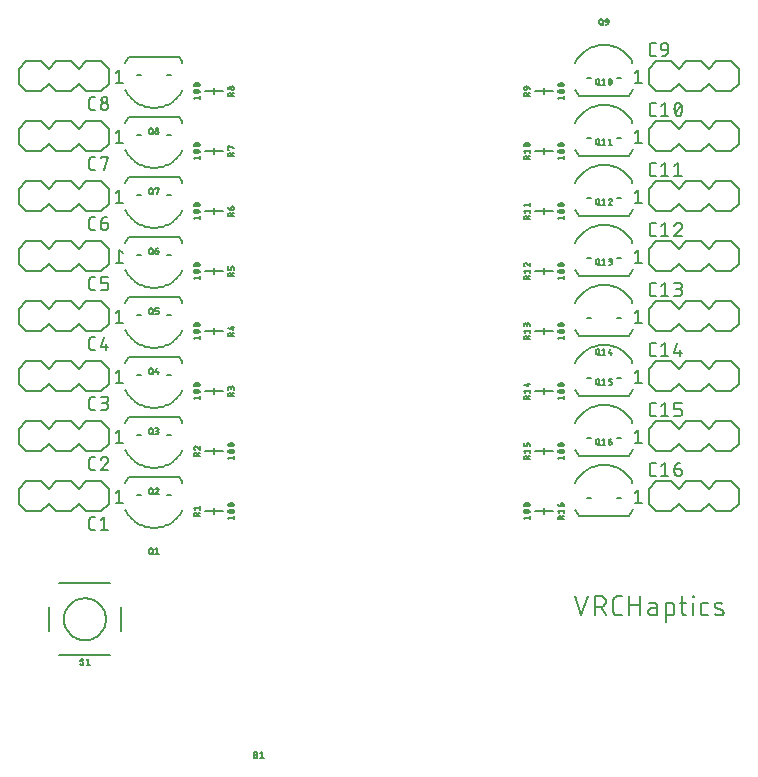
<source format=gbr>
G04 EAGLE Gerber RS-274X export*
G75*
%MOIN*%
%FSLAX34Y34*%
%LPD*%
%INSilkscreen Top*%
%IPPOS*%
%AMOC8*
5,1,8,0,0,1.08239X$1,22.5*%
G01*
%ADD10C,0.006000*%
%ADD11C,0.005000*%
%ADD12C,0.008000*%


D10*
X20030Y2670D02*
X20243Y2030D01*
X20457Y2670D01*
X20705Y2670D02*
X20705Y2030D01*
X20705Y2670D02*
X20883Y2670D01*
X20908Y2668D01*
X20933Y2663D01*
X20957Y2654D01*
X20979Y2642D01*
X21000Y2627D01*
X21018Y2609D01*
X21033Y2588D01*
X21045Y2566D01*
X21054Y2542D01*
X21059Y2517D01*
X21061Y2492D01*
X21059Y2467D01*
X21054Y2442D01*
X21045Y2418D01*
X21033Y2396D01*
X21018Y2375D01*
X21000Y2357D01*
X20979Y2342D01*
X20957Y2330D01*
X20933Y2321D01*
X20908Y2316D01*
X20883Y2314D01*
X20705Y2314D01*
X20918Y2314D02*
X21061Y2030D01*
X21458Y2030D02*
X21600Y2030D01*
X21458Y2030D02*
X21436Y2032D01*
X21414Y2037D01*
X21394Y2045D01*
X21375Y2057D01*
X21358Y2072D01*
X21343Y2089D01*
X21331Y2108D01*
X21323Y2128D01*
X21318Y2150D01*
X21316Y2172D01*
X21315Y2172D02*
X21315Y2528D01*
X21316Y2528D02*
X21318Y2550D01*
X21323Y2572D01*
X21331Y2592D01*
X21343Y2611D01*
X21358Y2628D01*
X21375Y2643D01*
X21394Y2655D01*
X21414Y2663D01*
X21436Y2668D01*
X21458Y2670D01*
X21600Y2670D01*
X21850Y2670D02*
X21850Y2030D01*
X21850Y2386D02*
X22206Y2386D01*
X22206Y2670D02*
X22206Y2030D01*
X22602Y2279D02*
X22762Y2279D01*
X22602Y2278D02*
X22582Y2276D01*
X22562Y2271D01*
X22543Y2263D01*
X22526Y2252D01*
X22511Y2238D01*
X22498Y2222D01*
X22488Y2204D01*
X22482Y2184D01*
X22478Y2164D01*
X22478Y2144D01*
X22482Y2124D01*
X22488Y2104D01*
X22498Y2086D01*
X22511Y2070D01*
X22526Y2056D01*
X22543Y2045D01*
X22562Y2037D01*
X22582Y2032D01*
X22602Y2030D01*
X22762Y2030D01*
X22762Y2350D01*
X22763Y2350D02*
X22761Y2369D01*
X22757Y2387D01*
X22749Y2404D01*
X22738Y2419D01*
X22725Y2432D01*
X22710Y2443D01*
X22693Y2451D01*
X22675Y2455D01*
X22656Y2457D01*
X22513Y2457D01*
X23058Y2457D02*
X23058Y1817D01*
X23058Y2457D02*
X23236Y2457D01*
X23255Y2455D01*
X23273Y2451D01*
X23289Y2443D01*
X23305Y2432D01*
X23318Y2419D01*
X23329Y2404D01*
X23337Y2387D01*
X23341Y2369D01*
X23343Y2350D01*
X23342Y2350D02*
X23342Y2137D01*
X23343Y2137D02*
X23341Y2118D01*
X23337Y2100D01*
X23329Y2084D01*
X23318Y2068D01*
X23305Y2055D01*
X23290Y2044D01*
X23273Y2036D01*
X23255Y2032D01*
X23236Y2030D01*
X23058Y2030D01*
X23537Y2457D02*
X23751Y2457D01*
X23608Y2670D02*
X23608Y2137D01*
X23610Y2118D01*
X23614Y2100D01*
X23622Y2084D01*
X23633Y2068D01*
X23646Y2055D01*
X23662Y2044D01*
X23678Y2036D01*
X23696Y2032D01*
X23715Y2030D01*
X23751Y2030D01*
X23977Y2030D02*
X23977Y2457D01*
X23959Y2634D02*
X23959Y2670D01*
X23995Y2670D01*
X23995Y2634D01*
X23959Y2634D01*
X24332Y2030D02*
X24474Y2030D01*
X24332Y2030D02*
X24313Y2032D01*
X24295Y2036D01*
X24279Y2044D01*
X24263Y2055D01*
X24250Y2068D01*
X24239Y2084D01*
X24231Y2100D01*
X24227Y2118D01*
X24225Y2137D01*
X24225Y2350D01*
X24227Y2369D01*
X24231Y2387D01*
X24239Y2404D01*
X24250Y2419D01*
X24263Y2432D01*
X24279Y2443D01*
X24295Y2451D01*
X24313Y2455D01*
X24332Y2457D01*
X24474Y2457D01*
X24749Y2279D02*
X24927Y2208D01*
X24750Y2279D02*
X24734Y2287D01*
X24719Y2298D01*
X24708Y2312D01*
X24699Y2328D01*
X24694Y2346D01*
X24692Y2364D01*
X24694Y2382D01*
X24699Y2399D01*
X24708Y2415D01*
X24719Y2429D01*
X24734Y2441D01*
X24750Y2449D01*
X24767Y2454D01*
X24785Y2456D01*
X24785Y2457D02*
X24818Y2455D01*
X24850Y2451D01*
X24883Y2443D01*
X24914Y2434D01*
X24945Y2421D01*
X24927Y2207D02*
X24943Y2199D01*
X24958Y2188D01*
X24969Y2174D01*
X24978Y2158D01*
X24983Y2140D01*
X24985Y2122D01*
X24983Y2104D01*
X24978Y2087D01*
X24969Y2071D01*
X24958Y2057D01*
X24943Y2045D01*
X24927Y2037D01*
X24910Y2032D01*
X24892Y2030D01*
X24891Y2030D02*
X24852Y2032D01*
X24812Y2036D01*
X24773Y2044D01*
X24734Y2053D01*
X24696Y2066D01*
D11*
X9398Y-2609D02*
X9346Y-2609D01*
X9398Y-2609D02*
X9412Y-2611D01*
X9425Y-2616D01*
X9435Y-2625D01*
X9444Y-2636D01*
X9449Y-2648D01*
X9451Y-2662D01*
X9449Y-2676D01*
X9444Y-2689D01*
X9435Y-2699D01*
X9425Y-2708D01*
X9412Y-2713D01*
X9398Y-2715D01*
X9346Y-2715D01*
X9346Y-2525D01*
X9398Y-2525D01*
X9410Y-2527D01*
X9421Y-2532D01*
X9430Y-2539D01*
X9436Y-2550D01*
X9440Y-2561D01*
X9440Y-2573D01*
X9436Y-2584D01*
X9430Y-2595D01*
X9421Y-2602D01*
X9410Y-2607D01*
X9398Y-2609D01*
X9549Y-2567D02*
X9602Y-2525D01*
X9602Y-2715D01*
X9654Y-2715D02*
X9549Y-2715D01*
X20175Y11350D02*
X21825Y11350D01*
X21950Y12447D02*
X21921Y12504D01*
X21888Y12560D01*
X21853Y12613D01*
X21813Y12664D01*
X21771Y12712D01*
X21726Y12758D01*
X21679Y12801D01*
X21629Y12841D01*
X21576Y12878D01*
X21521Y12911D01*
X21465Y12942D01*
X21406Y12968D01*
X21346Y12991D01*
X21285Y13011D01*
X21223Y13026D01*
X21160Y13038D01*
X21096Y13046D01*
X21032Y13050D01*
X20968Y13050D01*
X20904Y13046D01*
X20840Y13038D01*
X20777Y13026D01*
X20715Y13011D01*
X20654Y12991D01*
X20594Y12968D01*
X20535Y12942D01*
X20479Y12911D01*
X20424Y12878D01*
X20371Y12841D01*
X20321Y12801D01*
X20274Y12758D01*
X20229Y12712D01*
X20187Y12664D01*
X20147Y12613D01*
X20112Y12560D01*
X20079Y12504D01*
X20050Y12447D01*
X20050Y11553D02*
X20077Y11499D01*
X20107Y11448D01*
X20140Y11398D01*
X20175Y11350D01*
X20447Y11950D02*
X20553Y11950D01*
X21447Y11950D02*
X21553Y11950D01*
X21954Y11562D02*
X21927Y11506D01*
X21896Y11452D01*
X21862Y11400D01*
X21825Y11350D01*
X20739Y13778D02*
X20739Y13862D01*
X20741Y13876D01*
X20746Y13889D01*
X20755Y13899D01*
X20766Y13908D01*
X20778Y13913D01*
X20792Y13915D01*
X20806Y13913D01*
X20819Y13908D01*
X20829Y13899D01*
X20838Y13889D01*
X20843Y13876D01*
X20845Y13862D01*
X20845Y13778D01*
X20843Y13764D01*
X20838Y13752D01*
X20829Y13741D01*
X20819Y13732D01*
X20806Y13727D01*
X20792Y13725D01*
X20778Y13727D01*
X20766Y13732D01*
X20755Y13741D01*
X20746Y13752D01*
X20741Y13764D01*
X20739Y13778D01*
X20823Y13767D02*
X20866Y13725D01*
X20939Y13873D02*
X20992Y13915D01*
X20992Y13725D01*
X20939Y13725D02*
X21045Y13725D01*
X21155Y13725D02*
X21208Y13725D01*
X21222Y13727D01*
X21235Y13732D01*
X21245Y13741D01*
X21254Y13752D01*
X21259Y13764D01*
X21261Y13778D01*
X21259Y13792D01*
X21254Y13805D01*
X21245Y13815D01*
X21235Y13824D01*
X21222Y13829D01*
X21208Y13831D01*
X21219Y13915D02*
X21155Y13915D01*
X21219Y13915D02*
X21231Y13913D01*
X21242Y13908D01*
X21251Y13901D01*
X21257Y13890D01*
X21261Y13879D01*
X21261Y13867D01*
X21257Y13856D01*
X21251Y13845D01*
X21242Y13838D01*
X21231Y13833D01*
X21219Y13831D01*
X21177Y13831D01*
X6825Y18650D02*
X5175Y18650D01*
X5050Y17553D02*
X5079Y17496D01*
X5112Y17440D01*
X5147Y17387D01*
X5187Y17336D01*
X5229Y17288D01*
X5274Y17242D01*
X5321Y17199D01*
X5371Y17159D01*
X5424Y17122D01*
X5479Y17089D01*
X5535Y17058D01*
X5594Y17032D01*
X5654Y17009D01*
X5715Y16989D01*
X5777Y16974D01*
X5840Y16962D01*
X5904Y16954D01*
X5968Y16950D01*
X6032Y16950D01*
X6096Y16954D01*
X6160Y16962D01*
X6223Y16974D01*
X6285Y16989D01*
X6346Y17009D01*
X6406Y17032D01*
X6465Y17058D01*
X6521Y17089D01*
X6576Y17122D01*
X6629Y17159D01*
X6679Y17199D01*
X6726Y17242D01*
X6771Y17288D01*
X6813Y17336D01*
X6853Y17387D01*
X6888Y17440D01*
X6921Y17496D01*
X6950Y17553D01*
X6950Y18447D02*
X6923Y18501D01*
X6893Y18552D01*
X6860Y18602D01*
X6825Y18650D01*
X6553Y18050D02*
X6447Y18050D01*
X5553Y18050D02*
X5447Y18050D01*
X5046Y18438D02*
X5073Y18494D01*
X5104Y18548D01*
X5138Y18600D01*
X5175Y18650D01*
X5847Y16222D02*
X5847Y16138D01*
X5847Y16222D02*
X5849Y16236D01*
X5854Y16249D01*
X5863Y16259D01*
X5874Y16268D01*
X5886Y16273D01*
X5900Y16275D01*
X5914Y16273D01*
X5927Y16268D01*
X5937Y16259D01*
X5946Y16249D01*
X5951Y16236D01*
X5953Y16222D01*
X5953Y16138D01*
X5951Y16124D01*
X5946Y16112D01*
X5937Y16101D01*
X5927Y16092D01*
X5914Y16087D01*
X5900Y16085D01*
X5886Y16087D01*
X5874Y16092D01*
X5863Y16101D01*
X5854Y16112D01*
X5849Y16124D01*
X5847Y16138D01*
X5931Y16127D02*
X5974Y16085D01*
X6047Y16254D02*
X6047Y16275D01*
X6153Y16275D01*
X6100Y16085D01*
X6825Y16650D02*
X5175Y16650D01*
X5050Y15553D02*
X5079Y15496D01*
X5112Y15440D01*
X5147Y15387D01*
X5187Y15336D01*
X5229Y15288D01*
X5274Y15242D01*
X5321Y15199D01*
X5371Y15159D01*
X5424Y15122D01*
X5479Y15089D01*
X5535Y15058D01*
X5594Y15032D01*
X5654Y15009D01*
X5715Y14989D01*
X5777Y14974D01*
X5840Y14962D01*
X5904Y14954D01*
X5968Y14950D01*
X6032Y14950D01*
X6096Y14954D01*
X6160Y14962D01*
X6223Y14974D01*
X6285Y14989D01*
X6346Y15009D01*
X6406Y15032D01*
X6465Y15058D01*
X6521Y15089D01*
X6576Y15122D01*
X6629Y15159D01*
X6679Y15199D01*
X6726Y15242D01*
X6771Y15288D01*
X6813Y15336D01*
X6853Y15387D01*
X6888Y15440D01*
X6921Y15496D01*
X6950Y15553D01*
X6950Y16447D02*
X6923Y16501D01*
X6893Y16552D01*
X6860Y16602D01*
X6825Y16650D01*
X6553Y16050D02*
X6447Y16050D01*
X5553Y16050D02*
X5447Y16050D01*
X5046Y16438D02*
X5073Y16494D01*
X5104Y16548D01*
X5138Y16600D01*
X5175Y16650D01*
X5847Y14222D02*
X5847Y14138D01*
X5847Y14222D02*
X5849Y14236D01*
X5854Y14249D01*
X5863Y14259D01*
X5874Y14268D01*
X5886Y14273D01*
X5900Y14275D01*
X5914Y14273D01*
X5927Y14268D01*
X5937Y14259D01*
X5946Y14249D01*
X5951Y14236D01*
X5953Y14222D01*
X5953Y14138D01*
X5951Y14124D01*
X5946Y14112D01*
X5937Y14101D01*
X5927Y14092D01*
X5914Y14087D01*
X5900Y14085D01*
X5886Y14087D01*
X5874Y14092D01*
X5863Y14101D01*
X5854Y14112D01*
X5849Y14124D01*
X5847Y14138D01*
X5931Y14127D02*
X5974Y14085D01*
X6047Y14191D02*
X6111Y14191D01*
X6111Y14190D02*
X6122Y14189D01*
X6132Y14184D01*
X6141Y14178D01*
X6147Y14169D01*
X6152Y14159D01*
X6153Y14148D01*
X6153Y14138D01*
X6151Y14124D01*
X6146Y14112D01*
X6137Y14101D01*
X6127Y14092D01*
X6114Y14087D01*
X6100Y14085D01*
X6086Y14087D01*
X6074Y14092D01*
X6063Y14101D01*
X6054Y14112D01*
X6049Y14124D01*
X6047Y14138D01*
X6047Y14191D01*
X6048Y14191D02*
X6050Y14207D01*
X6054Y14223D01*
X6062Y14238D01*
X6073Y14250D01*
X6085Y14261D01*
X6100Y14269D01*
X6116Y14273D01*
X6132Y14275D01*
X6825Y14650D02*
X5175Y14650D01*
X5050Y13553D02*
X5079Y13496D01*
X5112Y13440D01*
X5147Y13387D01*
X5187Y13336D01*
X5229Y13288D01*
X5274Y13242D01*
X5321Y13199D01*
X5371Y13159D01*
X5424Y13122D01*
X5479Y13089D01*
X5535Y13058D01*
X5594Y13032D01*
X5654Y13009D01*
X5715Y12989D01*
X5777Y12974D01*
X5840Y12962D01*
X5904Y12954D01*
X5968Y12950D01*
X6032Y12950D01*
X6096Y12954D01*
X6160Y12962D01*
X6223Y12974D01*
X6285Y12989D01*
X6346Y13009D01*
X6406Y13032D01*
X6465Y13058D01*
X6521Y13089D01*
X6576Y13122D01*
X6629Y13159D01*
X6679Y13199D01*
X6726Y13242D01*
X6771Y13288D01*
X6813Y13336D01*
X6853Y13387D01*
X6888Y13440D01*
X6921Y13496D01*
X6950Y13553D01*
X6950Y14447D02*
X6923Y14501D01*
X6893Y14552D01*
X6860Y14602D01*
X6825Y14650D01*
X6553Y14050D02*
X6447Y14050D01*
X5553Y14050D02*
X5447Y14050D01*
X5046Y14438D02*
X5073Y14494D01*
X5104Y14548D01*
X5138Y14600D01*
X5175Y14650D01*
X5847Y12222D02*
X5847Y12138D01*
X5847Y12222D02*
X5849Y12236D01*
X5854Y12249D01*
X5863Y12259D01*
X5874Y12268D01*
X5886Y12273D01*
X5900Y12275D01*
X5914Y12273D01*
X5927Y12268D01*
X5937Y12259D01*
X5946Y12249D01*
X5951Y12236D01*
X5953Y12222D01*
X5953Y12138D01*
X5951Y12124D01*
X5946Y12112D01*
X5937Y12101D01*
X5927Y12092D01*
X5914Y12087D01*
X5900Y12085D01*
X5886Y12087D01*
X5874Y12092D01*
X5863Y12101D01*
X5854Y12112D01*
X5849Y12124D01*
X5847Y12138D01*
X5931Y12127D02*
X5974Y12085D01*
X6047Y12085D02*
X6111Y12085D01*
X6122Y12086D01*
X6132Y12091D01*
X6141Y12097D01*
X6147Y12106D01*
X6152Y12116D01*
X6153Y12127D01*
X6153Y12148D01*
X6152Y12159D01*
X6147Y12169D01*
X6141Y12178D01*
X6132Y12184D01*
X6122Y12189D01*
X6111Y12190D01*
X6111Y12191D02*
X6047Y12191D01*
X6047Y12275D01*
X6153Y12275D01*
X6825Y12650D02*
X5175Y12650D01*
X5050Y11553D02*
X5079Y11496D01*
X5112Y11440D01*
X5147Y11387D01*
X5187Y11336D01*
X5229Y11288D01*
X5274Y11242D01*
X5321Y11199D01*
X5371Y11159D01*
X5424Y11122D01*
X5479Y11089D01*
X5535Y11058D01*
X5594Y11032D01*
X5654Y11009D01*
X5715Y10989D01*
X5777Y10974D01*
X5840Y10962D01*
X5904Y10954D01*
X5968Y10950D01*
X6032Y10950D01*
X6096Y10954D01*
X6160Y10962D01*
X6223Y10974D01*
X6285Y10989D01*
X6346Y11009D01*
X6406Y11032D01*
X6465Y11058D01*
X6521Y11089D01*
X6576Y11122D01*
X6629Y11159D01*
X6679Y11199D01*
X6726Y11242D01*
X6771Y11288D01*
X6813Y11336D01*
X6853Y11387D01*
X6888Y11440D01*
X6921Y11496D01*
X6950Y11553D01*
X6950Y12447D02*
X6923Y12501D01*
X6893Y12552D01*
X6860Y12602D01*
X6825Y12650D01*
X6553Y12050D02*
X6447Y12050D01*
X5553Y12050D02*
X5447Y12050D01*
X5046Y12438D02*
X5073Y12494D01*
X5104Y12548D01*
X5138Y12600D01*
X5175Y12650D01*
X5847Y10222D02*
X5847Y10138D01*
X5847Y10222D02*
X5849Y10236D01*
X5854Y10249D01*
X5863Y10259D01*
X5874Y10268D01*
X5886Y10273D01*
X5900Y10275D01*
X5914Y10273D01*
X5927Y10268D01*
X5937Y10259D01*
X5946Y10249D01*
X5951Y10236D01*
X5953Y10222D01*
X5953Y10138D01*
X5951Y10124D01*
X5946Y10112D01*
X5937Y10101D01*
X5927Y10092D01*
X5914Y10087D01*
X5900Y10085D01*
X5886Y10087D01*
X5874Y10092D01*
X5863Y10101D01*
X5854Y10112D01*
X5849Y10124D01*
X5847Y10138D01*
X5931Y10127D02*
X5974Y10085D01*
X6047Y10127D02*
X6090Y10275D01*
X6047Y10127D02*
X6153Y10127D01*
X6121Y10169D02*
X6121Y10085D01*
X6825Y10650D02*
X5175Y10650D01*
X5050Y9553D02*
X5079Y9496D01*
X5112Y9440D01*
X5147Y9387D01*
X5187Y9336D01*
X5229Y9288D01*
X5274Y9242D01*
X5321Y9199D01*
X5371Y9159D01*
X5424Y9122D01*
X5479Y9089D01*
X5535Y9058D01*
X5594Y9032D01*
X5654Y9009D01*
X5715Y8989D01*
X5777Y8974D01*
X5840Y8962D01*
X5904Y8954D01*
X5968Y8950D01*
X6032Y8950D01*
X6096Y8954D01*
X6160Y8962D01*
X6223Y8974D01*
X6285Y8989D01*
X6346Y9009D01*
X6406Y9032D01*
X6465Y9058D01*
X6521Y9089D01*
X6576Y9122D01*
X6629Y9159D01*
X6679Y9199D01*
X6726Y9242D01*
X6771Y9288D01*
X6813Y9336D01*
X6853Y9387D01*
X6888Y9440D01*
X6921Y9496D01*
X6950Y9553D01*
X6950Y10447D02*
X6923Y10501D01*
X6893Y10552D01*
X6860Y10602D01*
X6825Y10650D01*
X6553Y10050D02*
X6447Y10050D01*
X5553Y10050D02*
X5447Y10050D01*
X5046Y10438D02*
X5073Y10494D01*
X5104Y10548D01*
X5138Y10600D01*
X5175Y10650D01*
X5847Y8222D02*
X5847Y8138D01*
X5847Y8222D02*
X5849Y8236D01*
X5854Y8249D01*
X5863Y8259D01*
X5874Y8268D01*
X5886Y8273D01*
X5900Y8275D01*
X5914Y8273D01*
X5927Y8268D01*
X5937Y8259D01*
X5946Y8249D01*
X5951Y8236D01*
X5953Y8222D01*
X5953Y8138D01*
X5951Y8124D01*
X5946Y8112D01*
X5937Y8101D01*
X5927Y8092D01*
X5914Y8087D01*
X5900Y8085D01*
X5886Y8087D01*
X5874Y8092D01*
X5863Y8101D01*
X5854Y8112D01*
X5849Y8124D01*
X5847Y8138D01*
X5931Y8127D02*
X5974Y8085D01*
X6047Y8085D02*
X6100Y8085D01*
X6114Y8087D01*
X6127Y8092D01*
X6137Y8101D01*
X6146Y8112D01*
X6151Y8124D01*
X6153Y8138D01*
X6151Y8152D01*
X6146Y8165D01*
X6137Y8175D01*
X6127Y8184D01*
X6114Y8189D01*
X6100Y8191D01*
X6111Y8275D02*
X6047Y8275D01*
X6111Y8275D02*
X6123Y8273D01*
X6134Y8268D01*
X6143Y8261D01*
X6149Y8250D01*
X6153Y8239D01*
X6153Y8227D01*
X6149Y8216D01*
X6143Y8205D01*
X6134Y8198D01*
X6123Y8193D01*
X6111Y8191D01*
X6069Y8191D01*
X6825Y8650D02*
X5175Y8650D01*
X5050Y7553D02*
X5079Y7496D01*
X5112Y7440D01*
X5147Y7387D01*
X5187Y7336D01*
X5229Y7288D01*
X5274Y7242D01*
X5321Y7199D01*
X5371Y7159D01*
X5424Y7122D01*
X5479Y7089D01*
X5535Y7058D01*
X5594Y7032D01*
X5654Y7009D01*
X5715Y6989D01*
X5777Y6974D01*
X5840Y6962D01*
X5904Y6954D01*
X5968Y6950D01*
X6032Y6950D01*
X6096Y6954D01*
X6160Y6962D01*
X6223Y6974D01*
X6285Y6989D01*
X6346Y7009D01*
X6406Y7032D01*
X6465Y7058D01*
X6521Y7089D01*
X6576Y7122D01*
X6629Y7159D01*
X6679Y7199D01*
X6726Y7242D01*
X6771Y7288D01*
X6813Y7336D01*
X6853Y7387D01*
X6888Y7440D01*
X6921Y7496D01*
X6950Y7553D01*
X6950Y8447D02*
X6923Y8501D01*
X6893Y8552D01*
X6860Y8602D01*
X6825Y8650D01*
X6553Y8050D02*
X6447Y8050D01*
X5553Y8050D02*
X5447Y8050D01*
X5046Y8438D02*
X5073Y8494D01*
X5104Y8548D01*
X5138Y8600D01*
X5175Y8650D01*
X5847Y6222D02*
X5847Y6138D01*
X5847Y6222D02*
X5849Y6236D01*
X5854Y6249D01*
X5863Y6259D01*
X5874Y6268D01*
X5886Y6273D01*
X5900Y6275D01*
X5914Y6273D01*
X5927Y6268D01*
X5937Y6259D01*
X5946Y6249D01*
X5951Y6236D01*
X5953Y6222D01*
X5953Y6138D01*
X5951Y6124D01*
X5946Y6112D01*
X5937Y6101D01*
X5927Y6092D01*
X5914Y6087D01*
X5900Y6085D01*
X5886Y6087D01*
X5874Y6092D01*
X5863Y6101D01*
X5854Y6112D01*
X5849Y6124D01*
X5847Y6138D01*
X5931Y6127D02*
X5974Y6085D01*
X6154Y6227D02*
X6152Y6239D01*
X6148Y6251D01*
X6140Y6261D01*
X6130Y6269D01*
X6118Y6273D01*
X6106Y6275D01*
X6093Y6274D01*
X6081Y6270D01*
X6070Y6263D01*
X6061Y6255D01*
X6053Y6244D01*
X6048Y6233D01*
X6137Y6190D02*
X6146Y6201D01*
X6151Y6213D01*
X6153Y6227D01*
X6137Y6191D02*
X6047Y6085D01*
X6153Y6085D01*
X6825Y6650D02*
X5175Y6650D01*
X5050Y5553D02*
X5079Y5496D01*
X5112Y5440D01*
X5147Y5387D01*
X5187Y5336D01*
X5229Y5288D01*
X5274Y5242D01*
X5321Y5199D01*
X5371Y5159D01*
X5424Y5122D01*
X5479Y5089D01*
X5535Y5058D01*
X5594Y5032D01*
X5654Y5009D01*
X5715Y4989D01*
X5777Y4974D01*
X5840Y4962D01*
X5904Y4954D01*
X5968Y4950D01*
X6032Y4950D01*
X6096Y4954D01*
X6160Y4962D01*
X6223Y4974D01*
X6285Y4989D01*
X6346Y5009D01*
X6406Y5032D01*
X6465Y5058D01*
X6521Y5089D01*
X6576Y5122D01*
X6629Y5159D01*
X6679Y5199D01*
X6726Y5242D01*
X6771Y5288D01*
X6813Y5336D01*
X6853Y5387D01*
X6888Y5440D01*
X6921Y5496D01*
X6950Y5553D01*
X6950Y6447D02*
X6923Y6501D01*
X6893Y6552D01*
X6860Y6602D01*
X6825Y6650D01*
X6553Y6050D02*
X6447Y6050D01*
X5553Y6050D02*
X5447Y6050D01*
X5046Y6438D02*
X5073Y6494D01*
X5104Y6548D01*
X5138Y6600D01*
X5175Y6650D01*
X5847Y4222D02*
X5847Y4138D01*
X5847Y4222D02*
X5849Y4236D01*
X5854Y4249D01*
X5863Y4259D01*
X5874Y4268D01*
X5886Y4273D01*
X5900Y4275D01*
X5914Y4273D01*
X5927Y4268D01*
X5937Y4259D01*
X5946Y4249D01*
X5951Y4236D01*
X5953Y4222D01*
X5953Y4138D01*
X5951Y4124D01*
X5946Y4112D01*
X5937Y4101D01*
X5927Y4092D01*
X5914Y4087D01*
X5900Y4085D01*
X5886Y4087D01*
X5874Y4092D01*
X5863Y4101D01*
X5854Y4112D01*
X5849Y4124D01*
X5847Y4138D01*
X5931Y4127D02*
X5974Y4085D01*
X6047Y4233D02*
X6100Y4275D01*
X6100Y4085D01*
X6047Y4085D02*
X6153Y4085D01*
X20175Y13350D02*
X21825Y13350D01*
X21950Y14447D02*
X21921Y14504D01*
X21888Y14560D01*
X21853Y14613D01*
X21813Y14664D01*
X21771Y14712D01*
X21726Y14758D01*
X21679Y14801D01*
X21629Y14841D01*
X21576Y14878D01*
X21521Y14911D01*
X21465Y14942D01*
X21406Y14968D01*
X21346Y14991D01*
X21285Y15011D01*
X21223Y15026D01*
X21160Y15038D01*
X21096Y15046D01*
X21032Y15050D01*
X20968Y15050D01*
X20904Y15046D01*
X20840Y15038D01*
X20777Y15026D01*
X20715Y15011D01*
X20654Y14991D01*
X20594Y14968D01*
X20535Y14942D01*
X20479Y14911D01*
X20424Y14878D01*
X20371Y14841D01*
X20321Y14801D01*
X20274Y14758D01*
X20229Y14712D01*
X20187Y14664D01*
X20147Y14613D01*
X20112Y14560D01*
X20079Y14504D01*
X20050Y14447D01*
X20050Y13553D02*
X20077Y13499D01*
X20107Y13448D01*
X20140Y13398D01*
X20175Y13350D01*
X20447Y13950D02*
X20553Y13950D01*
X21447Y13950D02*
X21553Y13950D01*
X21954Y13562D02*
X21927Y13506D01*
X21896Y13452D01*
X21862Y13400D01*
X21825Y13350D01*
X20739Y15778D02*
X20739Y15862D01*
X20741Y15876D01*
X20746Y15889D01*
X20755Y15899D01*
X20766Y15908D01*
X20778Y15913D01*
X20792Y15915D01*
X20806Y15913D01*
X20819Y15908D01*
X20829Y15899D01*
X20838Y15889D01*
X20843Y15876D01*
X20845Y15862D01*
X20845Y15778D01*
X20843Y15764D01*
X20838Y15752D01*
X20829Y15741D01*
X20819Y15732D01*
X20806Y15727D01*
X20792Y15725D01*
X20778Y15727D01*
X20766Y15732D01*
X20755Y15741D01*
X20746Y15752D01*
X20741Y15764D01*
X20739Y15778D01*
X20823Y15767D02*
X20866Y15725D01*
X20939Y15873D02*
X20992Y15915D01*
X20992Y15725D01*
X20939Y15725D02*
X21045Y15725D01*
X21214Y15915D02*
X21226Y15913D01*
X21238Y15909D01*
X21248Y15901D01*
X21256Y15891D01*
X21260Y15879D01*
X21262Y15867D01*
X21214Y15915D02*
X21201Y15914D01*
X21189Y15910D01*
X21178Y15903D01*
X21169Y15895D01*
X21161Y15884D01*
X21156Y15873D01*
X21245Y15830D02*
X21254Y15841D01*
X21259Y15853D01*
X21261Y15867D01*
X21245Y15831D02*
X21155Y15725D01*
X21261Y15725D01*
X21825Y15350D02*
X20175Y15350D01*
X20050Y16447D02*
X20079Y16504D01*
X20112Y16560D01*
X20147Y16613D01*
X20187Y16664D01*
X20229Y16712D01*
X20274Y16758D01*
X20321Y16801D01*
X20371Y16841D01*
X20424Y16878D01*
X20479Y16911D01*
X20535Y16942D01*
X20594Y16968D01*
X20654Y16991D01*
X20715Y17011D01*
X20777Y17026D01*
X20840Y17038D01*
X20904Y17046D01*
X20968Y17050D01*
X21032Y17050D01*
X21096Y17046D01*
X21160Y17038D01*
X21223Y17026D01*
X21285Y17011D01*
X21346Y16991D01*
X21406Y16968D01*
X21465Y16942D01*
X21521Y16911D01*
X21576Y16878D01*
X21629Y16841D01*
X21679Y16801D01*
X21726Y16758D01*
X21771Y16712D01*
X21813Y16664D01*
X21853Y16613D01*
X21888Y16560D01*
X21921Y16504D01*
X21950Y16447D01*
X20175Y15350D02*
X20140Y15398D01*
X20107Y15448D01*
X20077Y15499D01*
X20050Y15553D01*
X20447Y15950D02*
X20553Y15950D01*
X21447Y15950D02*
X21553Y15950D01*
X21954Y15562D02*
X21927Y15506D01*
X21896Y15452D01*
X21862Y15400D01*
X21825Y15350D01*
X20739Y17778D02*
X20739Y17862D01*
X20741Y17876D01*
X20746Y17889D01*
X20755Y17899D01*
X20766Y17908D01*
X20778Y17913D01*
X20792Y17915D01*
X20806Y17913D01*
X20819Y17908D01*
X20829Y17899D01*
X20838Y17889D01*
X20843Y17876D01*
X20845Y17862D01*
X20845Y17778D01*
X20843Y17764D01*
X20838Y17752D01*
X20829Y17741D01*
X20819Y17732D01*
X20806Y17727D01*
X20792Y17725D01*
X20778Y17727D01*
X20766Y17732D01*
X20755Y17741D01*
X20746Y17752D01*
X20741Y17764D01*
X20739Y17778D01*
X20823Y17767D02*
X20866Y17725D01*
X20939Y17873D02*
X20992Y17915D01*
X20992Y17725D01*
X20939Y17725D02*
X21045Y17725D01*
X21155Y17873D02*
X21208Y17915D01*
X21208Y17725D01*
X21155Y17725D02*
X21261Y17725D01*
X21825Y17350D02*
X20175Y17350D01*
X20050Y18447D02*
X20079Y18504D01*
X20112Y18560D01*
X20147Y18613D01*
X20187Y18664D01*
X20229Y18712D01*
X20274Y18758D01*
X20321Y18801D01*
X20371Y18841D01*
X20424Y18878D01*
X20479Y18911D01*
X20535Y18942D01*
X20594Y18968D01*
X20654Y18991D01*
X20715Y19011D01*
X20777Y19026D01*
X20840Y19038D01*
X20904Y19046D01*
X20968Y19050D01*
X21032Y19050D01*
X21096Y19046D01*
X21160Y19038D01*
X21223Y19026D01*
X21285Y19011D01*
X21346Y18991D01*
X21406Y18968D01*
X21465Y18942D01*
X21521Y18911D01*
X21576Y18878D01*
X21629Y18841D01*
X21679Y18801D01*
X21726Y18758D01*
X21771Y18712D01*
X21813Y18664D01*
X21853Y18613D01*
X21888Y18560D01*
X21921Y18504D01*
X21950Y18447D01*
X20175Y17350D02*
X20140Y17398D01*
X20107Y17448D01*
X20077Y17499D01*
X20050Y17553D01*
X20447Y17950D02*
X20553Y17950D01*
X21447Y17950D02*
X21553Y17950D01*
X21954Y17562D02*
X21927Y17506D01*
X21896Y17452D01*
X21862Y17400D01*
X21825Y17350D01*
X20739Y19778D02*
X20739Y19862D01*
X20741Y19876D01*
X20746Y19889D01*
X20755Y19899D01*
X20766Y19908D01*
X20778Y19913D01*
X20792Y19915D01*
X20806Y19913D01*
X20819Y19908D01*
X20829Y19899D01*
X20838Y19889D01*
X20843Y19876D01*
X20845Y19862D01*
X20845Y19778D01*
X20843Y19764D01*
X20838Y19752D01*
X20829Y19741D01*
X20819Y19732D01*
X20806Y19727D01*
X20792Y19725D01*
X20778Y19727D01*
X20766Y19732D01*
X20755Y19741D01*
X20746Y19752D01*
X20741Y19764D01*
X20739Y19778D01*
X20823Y19767D02*
X20866Y19725D01*
X20939Y19873D02*
X20992Y19915D01*
X20992Y19725D01*
X20939Y19725D02*
X21045Y19725D01*
X21155Y19820D02*
X21157Y19844D01*
X21162Y19867D01*
X21171Y19889D01*
X21177Y19899D01*
X21185Y19908D01*
X21196Y19913D01*
X21208Y19915D01*
X21220Y19913D01*
X21231Y19908D01*
X21239Y19899D01*
X21245Y19889D01*
X21254Y19867D01*
X21259Y19844D01*
X21261Y19820D01*
X21155Y19820D02*
X21157Y19796D01*
X21162Y19773D01*
X21171Y19751D01*
X21177Y19741D01*
X21185Y19732D01*
X21196Y19727D01*
X21208Y19725D01*
X21245Y19751D02*
X21254Y19773D01*
X21259Y19796D01*
X21261Y19820D01*
X21245Y19751D02*
X21239Y19741D01*
X21231Y19732D01*
X21220Y19727D01*
X21208Y19725D01*
X21166Y19767D02*
X21250Y19873D01*
X21825Y19350D02*
X20175Y19350D01*
X20050Y20447D02*
X20079Y20504D01*
X20112Y20560D01*
X20147Y20613D01*
X20187Y20664D01*
X20229Y20712D01*
X20274Y20758D01*
X20321Y20801D01*
X20371Y20841D01*
X20424Y20878D01*
X20479Y20911D01*
X20535Y20942D01*
X20594Y20968D01*
X20654Y20991D01*
X20715Y21011D01*
X20777Y21026D01*
X20840Y21038D01*
X20904Y21046D01*
X20968Y21050D01*
X21032Y21050D01*
X21096Y21046D01*
X21160Y21038D01*
X21223Y21026D01*
X21285Y21011D01*
X21346Y20991D01*
X21406Y20968D01*
X21465Y20942D01*
X21521Y20911D01*
X21576Y20878D01*
X21629Y20841D01*
X21679Y20801D01*
X21726Y20758D01*
X21771Y20712D01*
X21813Y20664D01*
X21853Y20613D01*
X21888Y20560D01*
X21921Y20504D01*
X21950Y20447D01*
X20175Y19350D02*
X20140Y19398D01*
X20107Y19448D01*
X20077Y19499D01*
X20050Y19553D01*
X20447Y19950D02*
X20553Y19950D01*
X21447Y19950D02*
X21553Y19950D01*
X21954Y19562D02*
X21927Y19506D01*
X21896Y19452D01*
X21862Y19400D01*
X21825Y19350D01*
X20847Y21778D02*
X20847Y21862D01*
X20849Y21876D01*
X20854Y21889D01*
X20863Y21899D01*
X20874Y21908D01*
X20886Y21913D01*
X20900Y21915D01*
X20914Y21913D01*
X20927Y21908D01*
X20937Y21899D01*
X20946Y21889D01*
X20951Y21876D01*
X20953Y21862D01*
X20953Y21778D01*
X20951Y21764D01*
X20946Y21752D01*
X20937Y21741D01*
X20927Y21732D01*
X20914Y21727D01*
X20900Y21725D01*
X20886Y21727D01*
X20874Y21732D01*
X20863Y21741D01*
X20854Y21752D01*
X20849Y21764D01*
X20847Y21778D01*
X20931Y21767D02*
X20974Y21725D01*
X21090Y21809D02*
X21153Y21809D01*
X21090Y21810D02*
X21079Y21811D01*
X21069Y21816D01*
X21060Y21822D01*
X21054Y21831D01*
X21049Y21841D01*
X21048Y21852D01*
X21047Y21852D02*
X21047Y21862D01*
X21049Y21876D01*
X21054Y21889D01*
X21063Y21899D01*
X21074Y21908D01*
X21086Y21913D01*
X21100Y21915D01*
X21114Y21913D01*
X21127Y21908D01*
X21137Y21899D01*
X21146Y21889D01*
X21151Y21876D01*
X21153Y21862D01*
X21153Y21809D01*
X21151Y21793D01*
X21147Y21777D01*
X21139Y21762D01*
X21128Y21750D01*
X21116Y21739D01*
X21101Y21731D01*
X21085Y21727D01*
X21069Y21725D01*
X21825Y9350D02*
X20175Y9350D01*
X20050Y10447D02*
X20079Y10504D01*
X20112Y10560D01*
X20147Y10613D01*
X20187Y10664D01*
X20229Y10712D01*
X20274Y10758D01*
X20321Y10801D01*
X20371Y10841D01*
X20424Y10878D01*
X20479Y10911D01*
X20535Y10942D01*
X20594Y10968D01*
X20654Y10991D01*
X20715Y11011D01*
X20777Y11026D01*
X20840Y11038D01*
X20904Y11046D01*
X20968Y11050D01*
X21032Y11050D01*
X21096Y11046D01*
X21160Y11038D01*
X21223Y11026D01*
X21285Y11011D01*
X21346Y10991D01*
X21406Y10968D01*
X21465Y10942D01*
X21521Y10911D01*
X21576Y10878D01*
X21629Y10841D01*
X21679Y10801D01*
X21726Y10758D01*
X21771Y10712D01*
X21813Y10664D01*
X21853Y10613D01*
X21888Y10560D01*
X21921Y10504D01*
X21950Y10447D01*
X20175Y9350D02*
X20140Y9398D01*
X20107Y9448D01*
X20077Y9499D01*
X20050Y9553D01*
X20447Y9950D02*
X20553Y9950D01*
X21447Y9950D02*
X21553Y9950D01*
X21954Y9562D02*
X21927Y9506D01*
X21896Y9452D01*
X21862Y9400D01*
X21825Y9350D01*
X20739Y10778D02*
X20739Y10862D01*
X20741Y10876D01*
X20746Y10889D01*
X20755Y10899D01*
X20766Y10908D01*
X20778Y10913D01*
X20792Y10915D01*
X20806Y10913D01*
X20819Y10908D01*
X20829Y10899D01*
X20838Y10889D01*
X20843Y10876D01*
X20845Y10862D01*
X20845Y10778D01*
X20843Y10764D01*
X20838Y10752D01*
X20829Y10741D01*
X20819Y10732D01*
X20806Y10727D01*
X20792Y10725D01*
X20778Y10727D01*
X20766Y10732D01*
X20755Y10741D01*
X20746Y10752D01*
X20741Y10764D01*
X20739Y10778D01*
X20823Y10767D02*
X20866Y10725D01*
X20939Y10873D02*
X20992Y10915D01*
X20992Y10725D01*
X20939Y10725D02*
X21045Y10725D01*
X21155Y10767D02*
X21198Y10915D01*
X21155Y10767D02*
X21261Y10767D01*
X21229Y10809D02*
X21229Y10725D01*
X21825Y7350D02*
X20175Y7350D01*
X20050Y8447D02*
X20079Y8504D01*
X20112Y8560D01*
X20147Y8613D01*
X20187Y8664D01*
X20229Y8712D01*
X20274Y8758D01*
X20321Y8801D01*
X20371Y8841D01*
X20424Y8878D01*
X20479Y8911D01*
X20535Y8942D01*
X20594Y8968D01*
X20654Y8991D01*
X20715Y9011D01*
X20777Y9026D01*
X20840Y9038D01*
X20904Y9046D01*
X20968Y9050D01*
X21032Y9050D01*
X21096Y9046D01*
X21160Y9038D01*
X21223Y9026D01*
X21285Y9011D01*
X21346Y8991D01*
X21406Y8968D01*
X21465Y8942D01*
X21521Y8911D01*
X21576Y8878D01*
X21629Y8841D01*
X21679Y8801D01*
X21726Y8758D01*
X21771Y8712D01*
X21813Y8664D01*
X21853Y8613D01*
X21888Y8560D01*
X21921Y8504D01*
X21950Y8447D01*
X20175Y7350D02*
X20140Y7398D01*
X20107Y7448D01*
X20077Y7499D01*
X20050Y7553D01*
X20447Y7950D02*
X20553Y7950D01*
X21447Y7950D02*
X21553Y7950D01*
X21954Y7562D02*
X21927Y7506D01*
X21896Y7452D01*
X21862Y7400D01*
X21825Y7350D01*
X20739Y9778D02*
X20739Y9862D01*
X20741Y9876D01*
X20746Y9889D01*
X20755Y9899D01*
X20766Y9908D01*
X20778Y9913D01*
X20792Y9915D01*
X20806Y9913D01*
X20819Y9908D01*
X20829Y9899D01*
X20838Y9889D01*
X20843Y9876D01*
X20845Y9862D01*
X20845Y9778D01*
X20843Y9764D01*
X20838Y9752D01*
X20829Y9741D01*
X20819Y9732D01*
X20806Y9727D01*
X20792Y9725D01*
X20778Y9727D01*
X20766Y9732D01*
X20755Y9741D01*
X20746Y9752D01*
X20741Y9764D01*
X20739Y9778D01*
X20823Y9767D02*
X20866Y9725D01*
X20939Y9873D02*
X20992Y9915D01*
X20992Y9725D01*
X20939Y9725D02*
X21045Y9725D01*
X21155Y9725D02*
X21219Y9725D01*
X21230Y9726D01*
X21240Y9731D01*
X21249Y9737D01*
X21255Y9746D01*
X21260Y9756D01*
X21261Y9767D01*
X21261Y9788D01*
X21260Y9799D01*
X21255Y9809D01*
X21249Y9818D01*
X21240Y9824D01*
X21230Y9829D01*
X21219Y9830D01*
X21219Y9831D02*
X21155Y9831D01*
X21155Y9915D01*
X21261Y9915D01*
X21825Y5350D02*
X20175Y5350D01*
X20050Y6447D02*
X20079Y6504D01*
X20112Y6560D01*
X20147Y6613D01*
X20187Y6664D01*
X20229Y6712D01*
X20274Y6758D01*
X20321Y6801D01*
X20371Y6841D01*
X20424Y6878D01*
X20479Y6911D01*
X20535Y6942D01*
X20594Y6968D01*
X20654Y6991D01*
X20715Y7011D01*
X20777Y7026D01*
X20840Y7038D01*
X20904Y7046D01*
X20968Y7050D01*
X21032Y7050D01*
X21096Y7046D01*
X21160Y7038D01*
X21223Y7026D01*
X21285Y7011D01*
X21346Y6991D01*
X21406Y6968D01*
X21465Y6942D01*
X21521Y6911D01*
X21576Y6878D01*
X21629Y6841D01*
X21679Y6801D01*
X21726Y6758D01*
X21771Y6712D01*
X21813Y6664D01*
X21853Y6613D01*
X21888Y6560D01*
X21921Y6504D01*
X21950Y6447D01*
X20175Y5350D02*
X20140Y5398D01*
X20107Y5448D01*
X20077Y5499D01*
X20050Y5553D01*
X20447Y5950D02*
X20553Y5950D01*
X21447Y5950D02*
X21553Y5950D01*
X21954Y5562D02*
X21927Y5506D01*
X21896Y5452D01*
X21862Y5400D01*
X21825Y5350D01*
X20739Y7778D02*
X20739Y7862D01*
X20741Y7876D01*
X20746Y7889D01*
X20755Y7899D01*
X20766Y7908D01*
X20778Y7913D01*
X20792Y7915D01*
X20806Y7913D01*
X20819Y7908D01*
X20829Y7899D01*
X20838Y7889D01*
X20843Y7876D01*
X20845Y7862D01*
X20845Y7778D01*
X20843Y7764D01*
X20838Y7752D01*
X20829Y7741D01*
X20819Y7732D01*
X20806Y7727D01*
X20792Y7725D01*
X20778Y7727D01*
X20766Y7732D01*
X20755Y7741D01*
X20746Y7752D01*
X20741Y7764D01*
X20739Y7778D01*
X20823Y7767D02*
X20866Y7725D01*
X20939Y7873D02*
X20992Y7915D01*
X20992Y7725D01*
X20939Y7725D02*
X21045Y7725D01*
X21155Y7831D02*
X21219Y7831D01*
X21219Y7830D02*
X21230Y7829D01*
X21240Y7824D01*
X21249Y7818D01*
X21255Y7809D01*
X21260Y7799D01*
X21261Y7788D01*
X21261Y7778D01*
X21259Y7764D01*
X21254Y7752D01*
X21245Y7741D01*
X21235Y7732D01*
X21222Y7727D01*
X21208Y7725D01*
X21194Y7727D01*
X21182Y7732D01*
X21171Y7741D01*
X21162Y7752D01*
X21157Y7764D01*
X21155Y7778D01*
X21155Y7831D01*
X21156Y7831D02*
X21158Y7847D01*
X21162Y7863D01*
X21170Y7878D01*
X21181Y7890D01*
X21193Y7901D01*
X21208Y7909D01*
X21224Y7913D01*
X21240Y7915D01*
X6825Y20650D02*
X5175Y20650D01*
X5050Y19553D02*
X5079Y19496D01*
X5112Y19440D01*
X5147Y19387D01*
X5187Y19336D01*
X5229Y19288D01*
X5274Y19242D01*
X5321Y19199D01*
X5371Y19159D01*
X5424Y19122D01*
X5479Y19089D01*
X5535Y19058D01*
X5594Y19032D01*
X5654Y19009D01*
X5715Y18989D01*
X5777Y18974D01*
X5840Y18962D01*
X5904Y18954D01*
X5968Y18950D01*
X6032Y18950D01*
X6096Y18954D01*
X6160Y18962D01*
X6223Y18974D01*
X6285Y18989D01*
X6346Y19009D01*
X6406Y19032D01*
X6465Y19058D01*
X6521Y19089D01*
X6576Y19122D01*
X6629Y19159D01*
X6679Y19199D01*
X6726Y19242D01*
X6771Y19288D01*
X6813Y19336D01*
X6853Y19387D01*
X6888Y19440D01*
X6921Y19496D01*
X6950Y19553D01*
X6950Y20447D02*
X6923Y20501D01*
X6893Y20552D01*
X6860Y20602D01*
X6825Y20650D01*
X6553Y20050D02*
X6447Y20050D01*
X5553Y20050D02*
X5447Y20050D01*
X5046Y20438D02*
X5073Y20494D01*
X5104Y20548D01*
X5138Y20600D01*
X5175Y20650D01*
X5847Y18222D02*
X5847Y18138D01*
X5847Y18222D02*
X5849Y18236D01*
X5854Y18249D01*
X5863Y18259D01*
X5874Y18268D01*
X5886Y18273D01*
X5900Y18275D01*
X5914Y18273D01*
X5927Y18268D01*
X5937Y18259D01*
X5946Y18249D01*
X5951Y18236D01*
X5953Y18222D01*
X5953Y18138D01*
X5951Y18124D01*
X5946Y18112D01*
X5937Y18101D01*
X5927Y18092D01*
X5914Y18087D01*
X5900Y18085D01*
X5886Y18087D01*
X5874Y18092D01*
X5863Y18101D01*
X5854Y18112D01*
X5849Y18124D01*
X5847Y18138D01*
X5931Y18127D02*
X5974Y18085D01*
X6047Y18138D02*
X6049Y18152D01*
X6054Y18165D01*
X6063Y18175D01*
X6074Y18184D01*
X6086Y18189D01*
X6100Y18191D01*
X6114Y18189D01*
X6127Y18184D01*
X6137Y18175D01*
X6146Y18165D01*
X6151Y18152D01*
X6153Y18138D01*
X6151Y18124D01*
X6146Y18112D01*
X6137Y18101D01*
X6127Y18092D01*
X6114Y18087D01*
X6100Y18085D01*
X6086Y18087D01*
X6074Y18092D01*
X6063Y18101D01*
X6054Y18112D01*
X6049Y18124D01*
X6047Y18138D01*
X6058Y18233D02*
X6060Y18245D01*
X6065Y18256D01*
X6072Y18265D01*
X6083Y18271D01*
X6094Y18275D01*
X6106Y18275D01*
X6117Y18271D01*
X6128Y18265D01*
X6135Y18256D01*
X6140Y18245D01*
X6142Y18233D01*
X6140Y18221D01*
X6135Y18210D01*
X6128Y18201D01*
X6117Y18195D01*
X6106Y18191D01*
X6094Y18191D01*
X6083Y18195D01*
X6072Y18201D01*
X6065Y18210D01*
X6060Y18221D01*
X6058Y18233D01*
D12*
X8000Y5500D02*
X8300Y5500D01*
X8000Y5500D02*
X7700Y5500D01*
X8000Y5500D02*
X8000Y5600D01*
X8000Y5500D02*
X8000Y5400D01*
D11*
X7525Y5340D02*
X7335Y5340D01*
X7335Y5393D01*
X7337Y5407D01*
X7342Y5420D01*
X7351Y5430D01*
X7362Y5439D01*
X7374Y5444D01*
X7388Y5446D01*
X7402Y5444D01*
X7415Y5439D01*
X7425Y5430D01*
X7434Y5420D01*
X7439Y5407D01*
X7441Y5393D01*
X7441Y5340D01*
X7441Y5404D02*
X7525Y5446D01*
X7377Y5554D02*
X7335Y5607D01*
X7525Y5607D01*
X7525Y5554D02*
X7525Y5660D01*
X8475Y5284D02*
X8517Y5231D01*
X8475Y5284D02*
X8665Y5284D01*
X8665Y5231D02*
X8665Y5337D01*
X8570Y5447D02*
X8546Y5449D01*
X8523Y5454D01*
X8501Y5463D01*
X8491Y5469D01*
X8482Y5477D01*
X8477Y5488D01*
X8475Y5500D01*
X8477Y5512D01*
X8482Y5523D01*
X8491Y5531D01*
X8501Y5537D01*
X8523Y5546D01*
X8546Y5551D01*
X8570Y5553D01*
X8570Y5447D02*
X8594Y5449D01*
X8617Y5454D01*
X8639Y5463D01*
X8649Y5469D01*
X8658Y5477D01*
X8663Y5488D01*
X8665Y5500D01*
X8639Y5537D02*
X8617Y5546D01*
X8594Y5551D01*
X8570Y5553D01*
X8639Y5537D02*
X8649Y5531D01*
X8658Y5523D01*
X8663Y5512D01*
X8665Y5500D01*
X8623Y5458D02*
X8517Y5542D01*
X8570Y5663D02*
X8546Y5665D01*
X8523Y5670D01*
X8501Y5679D01*
X8491Y5685D01*
X8482Y5693D01*
X8477Y5704D01*
X8475Y5716D01*
X8477Y5728D01*
X8482Y5739D01*
X8491Y5747D01*
X8501Y5753D01*
X8523Y5762D01*
X8546Y5767D01*
X8570Y5769D01*
X8570Y5663D02*
X8594Y5665D01*
X8617Y5670D01*
X8639Y5679D01*
X8649Y5685D01*
X8658Y5693D01*
X8663Y5704D01*
X8665Y5716D01*
X8639Y5753D02*
X8617Y5762D01*
X8594Y5767D01*
X8570Y5769D01*
X8639Y5753D02*
X8649Y5747D01*
X8658Y5739D01*
X8663Y5728D01*
X8665Y5716D01*
X8623Y5674D02*
X8517Y5758D01*
D12*
X19000Y17500D02*
X19300Y17500D01*
X19000Y17500D02*
X18700Y17500D01*
X19000Y17500D02*
X19000Y17600D01*
X19000Y17500D02*
X19000Y17400D01*
D11*
X18525Y17232D02*
X18335Y17232D01*
X18335Y17285D01*
X18337Y17299D01*
X18342Y17312D01*
X18351Y17322D01*
X18362Y17331D01*
X18374Y17336D01*
X18388Y17338D01*
X18402Y17336D01*
X18415Y17331D01*
X18425Y17322D01*
X18434Y17312D01*
X18439Y17299D01*
X18441Y17285D01*
X18441Y17232D01*
X18441Y17296D02*
X18525Y17338D01*
X18377Y17446D02*
X18335Y17499D01*
X18525Y17499D01*
X18525Y17446D02*
X18525Y17552D01*
X18430Y17662D02*
X18406Y17664D01*
X18383Y17669D01*
X18361Y17678D01*
X18351Y17684D01*
X18342Y17692D01*
X18337Y17703D01*
X18335Y17715D01*
X18337Y17727D01*
X18342Y17738D01*
X18351Y17746D01*
X18361Y17752D01*
X18383Y17761D01*
X18406Y17766D01*
X18430Y17768D01*
X18430Y17662D02*
X18454Y17664D01*
X18477Y17669D01*
X18499Y17678D01*
X18509Y17684D01*
X18518Y17692D01*
X18523Y17703D01*
X18525Y17715D01*
X18499Y17752D02*
X18477Y17761D01*
X18454Y17766D01*
X18430Y17768D01*
X18499Y17752D02*
X18509Y17746D01*
X18518Y17738D01*
X18523Y17727D01*
X18525Y17715D01*
X18483Y17673D02*
X18377Y17757D01*
X19475Y17284D02*
X19517Y17231D01*
X19475Y17284D02*
X19665Y17284D01*
X19665Y17231D02*
X19665Y17337D01*
X19570Y17447D02*
X19546Y17449D01*
X19523Y17454D01*
X19501Y17463D01*
X19491Y17469D01*
X19482Y17477D01*
X19477Y17488D01*
X19475Y17500D01*
X19477Y17512D01*
X19482Y17523D01*
X19491Y17531D01*
X19501Y17537D01*
X19523Y17546D01*
X19546Y17551D01*
X19570Y17553D01*
X19570Y17447D02*
X19594Y17449D01*
X19617Y17454D01*
X19639Y17463D01*
X19649Y17469D01*
X19658Y17477D01*
X19663Y17488D01*
X19665Y17500D01*
X19639Y17537D02*
X19617Y17546D01*
X19594Y17551D01*
X19570Y17553D01*
X19639Y17537D02*
X19649Y17531D01*
X19658Y17523D01*
X19663Y17512D01*
X19665Y17500D01*
X19623Y17458D02*
X19517Y17542D01*
X19570Y17663D02*
X19546Y17665D01*
X19523Y17670D01*
X19501Y17679D01*
X19491Y17685D01*
X19482Y17693D01*
X19477Y17704D01*
X19475Y17716D01*
X19477Y17728D01*
X19482Y17739D01*
X19491Y17747D01*
X19501Y17753D01*
X19523Y17762D01*
X19546Y17767D01*
X19570Y17769D01*
X19570Y17663D02*
X19594Y17665D01*
X19617Y17670D01*
X19639Y17679D01*
X19649Y17685D01*
X19658Y17693D01*
X19663Y17704D01*
X19665Y17716D01*
X19639Y17753D02*
X19617Y17762D01*
X19594Y17767D01*
X19570Y17769D01*
X19639Y17753D02*
X19649Y17747D01*
X19658Y17739D01*
X19663Y17728D01*
X19665Y17716D01*
X19623Y17674D02*
X19517Y17758D01*
D12*
X19300Y15500D02*
X19000Y15500D01*
X18700Y15500D01*
X19000Y15500D02*
X19000Y15600D01*
X19000Y15500D02*
X19000Y15400D01*
D11*
X18525Y15232D02*
X18335Y15232D01*
X18335Y15285D01*
X18337Y15299D01*
X18342Y15312D01*
X18351Y15322D01*
X18362Y15331D01*
X18374Y15336D01*
X18388Y15338D01*
X18402Y15336D01*
X18415Y15331D01*
X18425Y15322D01*
X18434Y15312D01*
X18439Y15299D01*
X18441Y15285D01*
X18441Y15232D01*
X18441Y15296D02*
X18525Y15338D01*
X18377Y15446D02*
X18335Y15499D01*
X18525Y15499D01*
X18525Y15446D02*
X18525Y15552D01*
X18377Y15662D02*
X18335Y15715D01*
X18525Y15715D01*
X18525Y15662D02*
X18525Y15768D01*
X19475Y15284D02*
X19517Y15231D01*
X19475Y15284D02*
X19665Y15284D01*
X19665Y15231D02*
X19665Y15337D01*
X19570Y15447D02*
X19546Y15449D01*
X19523Y15454D01*
X19501Y15463D01*
X19491Y15469D01*
X19482Y15477D01*
X19477Y15488D01*
X19475Y15500D01*
X19477Y15512D01*
X19482Y15523D01*
X19491Y15531D01*
X19501Y15537D01*
X19523Y15546D01*
X19546Y15551D01*
X19570Y15553D01*
X19570Y15447D02*
X19594Y15449D01*
X19617Y15454D01*
X19639Y15463D01*
X19649Y15469D01*
X19658Y15477D01*
X19663Y15488D01*
X19665Y15500D01*
X19639Y15537D02*
X19617Y15546D01*
X19594Y15551D01*
X19570Y15553D01*
X19639Y15537D02*
X19649Y15531D01*
X19658Y15523D01*
X19663Y15512D01*
X19665Y15500D01*
X19623Y15458D02*
X19517Y15542D01*
X19570Y15663D02*
X19546Y15665D01*
X19523Y15670D01*
X19501Y15679D01*
X19491Y15685D01*
X19482Y15693D01*
X19477Y15704D01*
X19475Y15716D01*
X19477Y15728D01*
X19482Y15739D01*
X19491Y15747D01*
X19501Y15753D01*
X19523Y15762D01*
X19546Y15767D01*
X19570Y15769D01*
X19570Y15663D02*
X19594Y15665D01*
X19617Y15670D01*
X19639Y15679D01*
X19649Y15685D01*
X19658Y15693D01*
X19663Y15704D01*
X19665Y15716D01*
X19639Y15753D02*
X19617Y15762D01*
X19594Y15767D01*
X19570Y15769D01*
X19639Y15753D02*
X19649Y15747D01*
X19658Y15739D01*
X19663Y15728D01*
X19665Y15716D01*
X19623Y15674D02*
X19517Y15758D01*
D12*
X19300Y13500D02*
X19000Y13500D01*
X18700Y13500D01*
X19000Y13500D02*
X19000Y13600D01*
X19000Y13500D02*
X19000Y13400D01*
D11*
X18525Y13232D02*
X18335Y13232D01*
X18335Y13285D01*
X18337Y13299D01*
X18342Y13312D01*
X18351Y13322D01*
X18362Y13331D01*
X18374Y13336D01*
X18388Y13338D01*
X18402Y13336D01*
X18415Y13331D01*
X18425Y13322D01*
X18434Y13312D01*
X18439Y13299D01*
X18441Y13285D01*
X18441Y13232D01*
X18441Y13296D02*
X18525Y13338D01*
X18377Y13446D02*
X18335Y13499D01*
X18525Y13499D01*
X18525Y13446D02*
X18525Y13552D01*
X18335Y13720D02*
X18337Y13732D01*
X18341Y13744D01*
X18349Y13754D01*
X18359Y13762D01*
X18371Y13766D01*
X18383Y13768D01*
X18335Y13720D02*
X18336Y13707D01*
X18340Y13695D01*
X18347Y13684D01*
X18355Y13675D01*
X18366Y13667D01*
X18377Y13662D01*
X18420Y13752D02*
X18409Y13761D01*
X18397Y13766D01*
X18383Y13768D01*
X18419Y13752D02*
X18525Y13662D01*
X18525Y13768D01*
X19475Y13284D02*
X19517Y13231D01*
X19475Y13284D02*
X19665Y13284D01*
X19665Y13231D02*
X19665Y13337D01*
X19570Y13447D02*
X19546Y13449D01*
X19523Y13454D01*
X19501Y13463D01*
X19491Y13469D01*
X19482Y13477D01*
X19477Y13488D01*
X19475Y13500D01*
X19477Y13512D01*
X19482Y13523D01*
X19491Y13531D01*
X19501Y13537D01*
X19523Y13546D01*
X19546Y13551D01*
X19570Y13553D01*
X19570Y13447D02*
X19594Y13449D01*
X19617Y13454D01*
X19639Y13463D01*
X19649Y13469D01*
X19658Y13477D01*
X19663Y13488D01*
X19665Y13500D01*
X19639Y13537D02*
X19617Y13546D01*
X19594Y13551D01*
X19570Y13553D01*
X19639Y13537D02*
X19649Y13531D01*
X19658Y13523D01*
X19663Y13512D01*
X19665Y13500D01*
X19623Y13458D02*
X19517Y13542D01*
X19570Y13663D02*
X19546Y13665D01*
X19523Y13670D01*
X19501Y13679D01*
X19491Y13685D01*
X19482Y13693D01*
X19477Y13704D01*
X19475Y13716D01*
X19477Y13728D01*
X19482Y13739D01*
X19491Y13747D01*
X19501Y13753D01*
X19523Y13762D01*
X19546Y13767D01*
X19570Y13769D01*
X19570Y13663D02*
X19594Y13665D01*
X19617Y13670D01*
X19639Y13679D01*
X19649Y13685D01*
X19658Y13693D01*
X19663Y13704D01*
X19665Y13716D01*
X19639Y13753D02*
X19617Y13762D01*
X19594Y13767D01*
X19570Y13769D01*
X19639Y13753D02*
X19649Y13747D01*
X19658Y13739D01*
X19663Y13728D01*
X19665Y13716D01*
X19623Y13674D02*
X19517Y13758D01*
D12*
X19300Y11500D02*
X19000Y11500D01*
X18700Y11500D01*
X19000Y11500D02*
X19000Y11600D01*
X19000Y11500D02*
X19000Y11400D01*
D11*
X18525Y11232D02*
X18335Y11232D01*
X18335Y11285D01*
X18337Y11299D01*
X18342Y11312D01*
X18351Y11322D01*
X18362Y11331D01*
X18374Y11336D01*
X18388Y11338D01*
X18402Y11336D01*
X18415Y11331D01*
X18425Y11322D01*
X18434Y11312D01*
X18439Y11299D01*
X18441Y11285D01*
X18441Y11232D01*
X18441Y11296D02*
X18525Y11338D01*
X18377Y11446D02*
X18335Y11499D01*
X18525Y11499D01*
X18525Y11446D02*
X18525Y11552D01*
X18525Y11662D02*
X18525Y11715D01*
X18523Y11729D01*
X18518Y11742D01*
X18509Y11752D01*
X18499Y11761D01*
X18486Y11766D01*
X18472Y11768D01*
X18458Y11766D01*
X18446Y11761D01*
X18435Y11752D01*
X18426Y11742D01*
X18421Y11729D01*
X18419Y11715D01*
X18335Y11725D02*
X18335Y11662D01*
X18335Y11725D02*
X18337Y11737D01*
X18342Y11748D01*
X18349Y11757D01*
X18360Y11763D01*
X18371Y11767D01*
X18383Y11767D01*
X18394Y11763D01*
X18405Y11757D01*
X18412Y11748D01*
X18417Y11737D01*
X18419Y11725D01*
X18419Y11683D01*
X19475Y11284D02*
X19517Y11231D01*
X19475Y11284D02*
X19665Y11284D01*
X19665Y11231D02*
X19665Y11337D01*
X19570Y11447D02*
X19546Y11449D01*
X19523Y11454D01*
X19501Y11463D01*
X19491Y11469D01*
X19482Y11477D01*
X19477Y11488D01*
X19475Y11500D01*
X19477Y11512D01*
X19482Y11523D01*
X19491Y11531D01*
X19501Y11537D01*
X19523Y11546D01*
X19546Y11551D01*
X19570Y11553D01*
X19570Y11447D02*
X19594Y11449D01*
X19617Y11454D01*
X19639Y11463D01*
X19649Y11469D01*
X19658Y11477D01*
X19663Y11488D01*
X19665Y11500D01*
X19639Y11537D02*
X19617Y11546D01*
X19594Y11551D01*
X19570Y11553D01*
X19639Y11537D02*
X19649Y11531D01*
X19658Y11523D01*
X19663Y11512D01*
X19665Y11500D01*
X19623Y11458D02*
X19517Y11542D01*
X19570Y11663D02*
X19546Y11665D01*
X19523Y11670D01*
X19501Y11679D01*
X19491Y11685D01*
X19482Y11693D01*
X19477Y11704D01*
X19475Y11716D01*
X19477Y11728D01*
X19482Y11739D01*
X19491Y11747D01*
X19501Y11753D01*
X19523Y11762D01*
X19546Y11767D01*
X19570Y11769D01*
X19570Y11663D02*
X19594Y11665D01*
X19617Y11670D01*
X19639Y11679D01*
X19649Y11685D01*
X19658Y11693D01*
X19663Y11704D01*
X19665Y11716D01*
X19639Y11753D02*
X19617Y11762D01*
X19594Y11767D01*
X19570Y11769D01*
X19639Y11753D02*
X19649Y11747D01*
X19658Y11739D01*
X19663Y11728D01*
X19665Y11716D01*
X19623Y11674D02*
X19517Y11758D01*
D12*
X19300Y9500D02*
X19000Y9500D01*
X18700Y9500D01*
X19000Y9500D02*
X19000Y9600D01*
X19000Y9500D02*
X19000Y9400D01*
D11*
X18525Y9232D02*
X18335Y9232D01*
X18335Y9285D01*
X18337Y9299D01*
X18342Y9312D01*
X18351Y9322D01*
X18362Y9331D01*
X18374Y9336D01*
X18388Y9338D01*
X18402Y9336D01*
X18415Y9331D01*
X18425Y9322D01*
X18434Y9312D01*
X18439Y9299D01*
X18441Y9285D01*
X18441Y9232D01*
X18441Y9296D02*
X18525Y9338D01*
X18377Y9446D02*
X18335Y9499D01*
X18525Y9499D01*
X18525Y9446D02*
X18525Y9552D01*
X18483Y9662D02*
X18335Y9704D01*
X18483Y9662D02*
X18483Y9768D01*
X18441Y9736D02*
X18525Y9736D01*
X19475Y9284D02*
X19517Y9231D01*
X19475Y9284D02*
X19665Y9284D01*
X19665Y9231D02*
X19665Y9337D01*
X19570Y9447D02*
X19546Y9449D01*
X19523Y9454D01*
X19501Y9463D01*
X19491Y9469D01*
X19482Y9477D01*
X19477Y9488D01*
X19475Y9500D01*
X19477Y9512D01*
X19482Y9523D01*
X19491Y9531D01*
X19501Y9537D01*
X19523Y9546D01*
X19546Y9551D01*
X19570Y9553D01*
X19570Y9447D02*
X19594Y9449D01*
X19617Y9454D01*
X19639Y9463D01*
X19649Y9469D01*
X19658Y9477D01*
X19663Y9488D01*
X19665Y9500D01*
X19639Y9537D02*
X19617Y9546D01*
X19594Y9551D01*
X19570Y9553D01*
X19639Y9537D02*
X19649Y9531D01*
X19658Y9523D01*
X19663Y9512D01*
X19665Y9500D01*
X19623Y9458D02*
X19517Y9542D01*
X19570Y9663D02*
X19546Y9665D01*
X19523Y9670D01*
X19501Y9679D01*
X19491Y9685D01*
X19482Y9693D01*
X19477Y9704D01*
X19475Y9716D01*
X19477Y9728D01*
X19482Y9739D01*
X19491Y9747D01*
X19501Y9753D01*
X19523Y9762D01*
X19546Y9767D01*
X19570Y9769D01*
X19570Y9663D02*
X19594Y9665D01*
X19617Y9670D01*
X19639Y9679D01*
X19649Y9685D01*
X19658Y9693D01*
X19663Y9704D01*
X19665Y9716D01*
X19639Y9753D02*
X19617Y9762D01*
X19594Y9767D01*
X19570Y9769D01*
X19639Y9753D02*
X19649Y9747D01*
X19658Y9739D01*
X19663Y9728D01*
X19665Y9716D01*
X19623Y9674D02*
X19517Y9758D01*
D12*
X19300Y7500D02*
X19000Y7500D01*
X18700Y7500D01*
X19000Y7500D02*
X19000Y7600D01*
X19000Y7500D02*
X19000Y7400D01*
D11*
X18525Y7232D02*
X18335Y7232D01*
X18335Y7285D01*
X18337Y7299D01*
X18342Y7312D01*
X18351Y7322D01*
X18362Y7331D01*
X18374Y7336D01*
X18388Y7338D01*
X18402Y7336D01*
X18415Y7331D01*
X18425Y7322D01*
X18434Y7312D01*
X18439Y7299D01*
X18441Y7285D01*
X18441Y7232D01*
X18441Y7296D02*
X18525Y7338D01*
X18377Y7446D02*
X18335Y7499D01*
X18525Y7499D01*
X18525Y7446D02*
X18525Y7552D01*
X18525Y7662D02*
X18525Y7725D01*
X18524Y7736D01*
X18519Y7746D01*
X18513Y7755D01*
X18504Y7761D01*
X18494Y7766D01*
X18483Y7767D01*
X18483Y7768D02*
X18462Y7768D01*
X18462Y7767D02*
X18451Y7766D01*
X18441Y7761D01*
X18432Y7755D01*
X18426Y7746D01*
X18421Y7736D01*
X18420Y7725D01*
X18419Y7725D02*
X18419Y7662D01*
X18335Y7662D01*
X18335Y7768D01*
X19475Y7284D02*
X19517Y7231D01*
X19475Y7284D02*
X19665Y7284D01*
X19665Y7231D02*
X19665Y7337D01*
X19570Y7447D02*
X19546Y7449D01*
X19523Y7454D01*
X19501Y7463D01*
X19491Y7469D01*
X19482Y7477D01*
X19477Y7488D01*
X19475Y7500D01*
X19477Y7512D01*
X19482Y7523D01*
X19491Y7531D01*
X19501Y7537D01*
X19523Y7546D01*
X19546Y7551D01*
X19570Y7553D01*
X19570Y7447D02*
X19594Y7449D01*
X19617Y7454D01*
X19639Y7463D01*
X19649Y7469D01*
X19658Y7477D01*
X19663Y7488D01*
X19665Y7500D01*
X19639Y7537D02*
X19617Y7546D01*
X19594Y7551D01*
X19570Y7553D01*
X19639Y7537D02*
X19649Y7531D01*
X19658Y7523D01*
X19663Y7512D01*
X19665Y7500D01*
X19623Y7458D02*
X19517Y7542D01*
X19570Y7663D02*
X19546Y7665D01*
X19523Y7670D01*
X19501Y7679D01*
X19491Y7685D01*
X19482Y7693D01*
X19477Y7704D01*
X19475Y7716D01*
X19477Y7728D01*
X19482Y7739D01*
X19491Y7747D01*
X19501Y7753D01*
X19523Y7762D01*
X19546Y7767D01*
X19570Y7769D01*
X19570Y7663D02*
X19594Y7665D01*
X19617Y7670D01*
X19639Y7679D01*
X19649Y7685D01*
X19658Y7693D01*
X19663Y7704D01*
X19665Y7716D01*
X19639Y7753D02*
X19617Y7762D01*
X19594Y7767D01*
X19570Y7769D01*
X19639Y7753D02*
X19649Y7747D01*
X19658Y7739D01*
X19663Y7728D01*
X19665Y7716D01*
X19623Y7674D02*
X19517Y7758D01*
D12*
X19000Y5500D02*
X18700Y5500D01*
X19000Y5500D02*
X19300Y5500D01*
X19000Y5500D02*
X19000Y5400D01*
X19000Y5500D02*
X19000Y5600D01*
D11*
X19475Y5232D02*
X19665Y5232D01*
X19475Y5232D02*
X19475Y5285D01*
X19477Y5299D01*
X19482Y5312D01*
X19491Y5322D01*
X19502Y5331D01*
X19514Y5336D01*
X19528Y5338D01*
X19542Y5336D01*
X19555Y5331D01*
X19565Y5322D01*
X19574Y5312D01*
X19579Y5299D01*
X19581Y5285D01*
X19581Y5232D01*
X19581Y5296D02*
X19665Y5338D01*
X19517Y5446D02*
X19475Y5499D01*
X19665Y5499D01*
X19665Y5446D02*
X19665Y5552D01*
X19559Y5662D02*
X19559Y5725D01*
X19560Y5725D02*
X19561Y5736D01*
X19566Y5746D01*
X19572Y5755D01*
X19581Y5761D01*
X19591Y5766D01*
X19602Y5767D01*
X19602Y5768D02*
X19612Y5768D01*
X19626Y5766D01*
X19639Y5761D01*
X19649Y5752D01*
X19658Y5742D01*
X19663Y5729D01*
X19665Y5715D01*
X19663Y5701D01*
X19658Y5689D01*
X19649Y5678D01*
X19639Y5669D01*
X19626Y5664D01*
X19612Y5662D01*
X19559Y5662D01*
X19543Y5664D01*
X19527Y5668D01*
X19512Y5676D01*
X19500Y5687D01*
X19489Y5699D01*
X19481Y5714D01*
X19477Y5730D01*
X19475Y5746D01*
X18377Y5231D02*
X18335Y5284D01*
X18525Y5284D01*
X18525Y5231D02*
X18525Y5337D01*
X18430Y5447D02*
X18406Y5449D01*
X18383Y5454D01*
X18361Y5463D01*
X18351Y5469D01*
X18342Y5477D01*
X18337Y5488D01*
X18335Y5500D01*
X18337Y5512D01*
X18342Y5523D01*
X18351Y5531D01*
X18361Y5537D01*
X18383Y5546D01*
X18406Y5551D01*
X18430Y5553D01*
X18430Y5447D02*
X18454Y5449D01*
X18477Y5454D01*
X18499Y5463D01*
X18509Y5469D01*
X18518Y5477D01*
X18523Y5488D01*
X18525Y5500D01*
X18499Y5537D02*
X18477Y5546D01*
X18454Y5551D01*
X18430Y5553D01*
X18499Y5537D02*
X18509Y5531D01*
X18518Y5523D01*
X18523Y5512D01*
X18525Y5500D01*
X18483Y5458D02*
X18377Y5542D01*
X18430Y5663D02*
X18406Y5665D01*
X18383Y5670D01*
X18361Y5679D01*
X18351Y5685D01*
X18342Y5693D01*
X18337Y5704D01*
X18335Y5716D01*
X18337Y5728D01*
X18342Y5739D01*
X18351Y5747D01*
X18361Y5753D01*
X18383Y5762D01*
X18406Y5767D01*
X18430Y5769D01*
X18430Y5663D02*
X18454Y5665D01*
X18477Y5670D01*
X18499Y5679D01*
X18509Y5685D01*
X18518Y5693D01*
X18523Y5704D01*
X18525Y5716D01*
X18499Y5753D02*
X18477Y5762D01*
X18454Y5767D01*
X18430Y5769D01*
X18499Y5753D02*
X18509Y5747D01*
X18518Y5739D01*
X18523Y5728D01*
X18525Y5716D01*
X18483Y5674D02*
X18377Y5758D01*
D12*
X8300Y7500D02*
X8000Y7500D01*
X7700Y7500D01*
X8000Y7500D02*
X8000Y7600D01*
X8000Y7500D02*
X8000Y7400D01*
D11*
X7525Y7340D02*
X7335Y7340D01*
X7335Y7393D01*
X7337Y7407D01*
X7342Y7420D01*
X7351Y7430D01*
X7362Y7439D01*
X7374Y7444D01*
X7388Y7446D01*
X7402Y7444D01*
X7415Y7439D01*
X7425Y7430D01*
X7434Y7420D01*
X7439Y7407D01*
X7441Y7393D01*
X7441Y7340D01*
X7441Y7404D02*
X7525Y7446D01*
X7335Y7612D02*
X7337Y7624D01*
X7341Y7636D01*
X7349Y7646D01*
X7359Y7654D01*
X7371Y7658D01*
X7383Y7660D01*
X7335Y7612D02*
X7336Y7599D01*
X7340Y7587D01*
X7347Y7576D01*
X7355Y7567D01*
X7366Y7559D01*
X7377Y7554D01*
X7420Y7644D02*
X7409Y7653D01*
X7397Y7658D01*
X7383Y7660D01*
X7419Y7644D02*
X7525Y7554D01*
X7525Y7660D01*
X8475Y7284D02*
X8517Y7231D01*
X8475Y7284D02*
X8665Y7284D01*
X8665Y7231D02*
X8665Y7337D01*
X8570Y7447D02*
X8546Y7449D01*
X8523Y7454D01*
X8501Y7463D01*
X8491Y7469D01*
X8482Y7477D01*
X8477Y7488D01*
X8475Y7500D01*
X8477Y7512D01*
X8482Y7523D01*
X8491Y7531D01*
X8501Y7537D01*
X8523Y7546D01*
X8546Y7551D01*
X8570Y7553D01*
X8570Y7447D02*
X8594Y7449D01*
X8617Y7454D01*
X8639Y7463D01*
X8649Y7469D01*
X8658Y7477D01*
X8663Y7488D01*
X8665Y7500D01*
X8639Y7537D02*
X8617Y7546D01*
X8594Y7551D01*
X8570Y7553D01*
X8639Y7537D02*
X8649Y7531D01*
X8658Y7523D01*
X8663Y7512D01*
X8665Y7500D01*
X8623Y7458D02*
X8517Y7542D01*
X8570Y7663D02*
X8546Y7665D01*
X8523Y7670D01*
X8501Y7679D01*
X8491Y7685D01*
X8482Y7693D01*
X8477Y7704D01*
X8475Y7716D01*
X8477Y7728D01*
X8482Y7739D01*
X8491Y7747D01*
X8501Y7753D01*
X8523Y7762D01*
X8546Y7767D01*
X8570Y7769D01*
X8570Y7663D02*
X8594Y7665D01*
X8617Y7670D01*
X8639Y7679D01*
X8649Y7685D01*
X8658Y7693D01*
X8663Y7704D01*
X8665Y7716D01*
X8639Y7753D02*
X8617Y7762D01*
X8594Y7767D01*
X8570Y7769D01*
X8639Y7753D02*
X8649Y7747D01*
X8658Y7739D01*
X8663Y7728D01*
X8665Y7716D01*
X8623Y7674D02*
X8517Y7758D01*
D12*
X8000Y9500D02*
X7700Y9500D01*
X8000Y9500D02*
X8300Y9500D01*
X8000Y9500D02*
X8000Y9400D01*
X8000Y9500D02*
X8000Y9600D01*
D11*
X8475Y9340D02*
X8665Y9340D01*
X8475Y9340D02*
X8475Y9393D01*
X8477Y9407D01*
X8482Y9420D01*
X8491Y9430D01*
X8502Y9439D01*
X8514Y9444D01*
X8528Y9446D01*
X8542Y9444D01*
X8555Y9439D01*
X8565Y9430D01*
X8574Y9420D01*
X8579Y9407D01*
X8581Y9393D01*
X8581Y9340D01*
X8581Y9404D02*
X8665Y9446D01*
X8665Y9554D02*
X8665Y9607D01*
X8663Y9621D01*
X8658Y9634D01*
X8649Y9644D01*
X8639Y9653D01*
X8626Y9658D01*
X8612Y9660D01*
X8598Y9658D01*
X8586Y9653D01*
X8575Y9644D01*
X8566Y9634D01*
X8561Y9621D01*
X8559Y9607D01*
X8475Y9617D02*
X8475Y9554D01*
X8475Y9617D02*
X8477Y9629D01*
X8482Y9640D01*
X8489Y9649D01*
X8500Y9655D01*
X8511Y9659D01*
X8523Y9659D01*
X8534Y9655D01*
X8545Y9649D01*
X8552Y9640D01*
X8557Y9629D01*
X8559Y9617D01*
X8559Y9575D01*
X7377Y9231D02*
X7335Y9284D01*
X7525Y9284D01*
X7525Y9231D02*
X7525Y9337D01*
X7430Y9447D02*
X7406Y9449D01*
X7383Y9454D01*
X7361Y9463D01*
X7351Y9469D01*
X7342Y9477D01*
X7337Y9488D01*
X7335Y9500D01*
X7337Y9512D01*
X7342Y9523D01*
X7351Y9531D01*
X7361Y9537D01*
X7383Y9546D01*
X7406Y9551D01*
X7430Y9553D01*
X7430Y9447D02*
X7454Y9449D01*
X7477Y9454D01*
X7499Y9463D01*
X7509Y9469D01*
X7518Y9477D01*
X7523Y9488D01*
X7525Y9500D01*
X7499Y9537D02*
X7477Y9546D01*
X7454Y9551D01*
X7430Y9553D01*
X7499Y9537D02*
X7509Y9531D01*
X7518Y9523D01*
X7523Y9512D01*
X7525Y9500D01*
X7483Y9458D02*
X7377Y9542D01*
X7430Y9663D02*
X7406Y9665D01*
X7383Y9670D01*
X7361Y9679D01*
X7351Y9685D01*
X7342Y9693D01*
X7337Y9704D01*
X7335Y9716D01*
X7337Y9728D01*
X7342Y9739D01*
X7351Y9747D01*
X7361Y9753D01*
X7383Y9762D01*
X7406Y9767D01*
X7430Y9769D01*
X7430Y9663D02*
X7454Y9665D01*
X7477Y9670D01*
X7499Y9679D01*
X7509Y9685D01*
X7518Y9693D01*
X7523Y9704D01*
X7525Y9716D01*
X7499Y9753D02*
X7477Y9762D01*
X7454Y9767D01*
X7430Y9769D01*
X7499Y9753D02*
X7509Y9747D01*
X7518Y9739D01*
X7523Y9728D01*
X7525Y9716D01*
X7483Y9674D02*
X7377Y9758D01*
D12*
X7700Y11500D02*
X8000Y11500D01*
X8300Y11500D01*
X8000Y11500D02*
X8000Y11400D01*
X8000Y11500D02*
X8000Y11600D01*
D11*
X8475Y11340D02*
X8665Y11340D01*
X8475Y11340D02*
X8475Y11393D01*
X8477Y11407D01*
X8482Y11420D01*
X8491Y11430D01*
X8502Y11439D01*
X8514Y11444D01*
X8528Y11446D01*
X8542Y11444D01*
X8555Y11439D01*
X8565Y11430D01*
X8574Y11420D01*
X8579Y11407D01*
X8581Y11393D01*
X8581Y11340D01*
X8581Y11404D02*
X8665Y11446D01*
X8623Y11554D02*
X8475Y11596D01*
X8623Y11554D02*
X8623Y11660D01*
X8581Y11628D02*
X8665Y11628D01*
X7377Y11231D02*
X7335Y11284D01*
X7525Y11284D01*
X7525Y11231D02*
X7525Y11337D01*
X7430Y11447D02*
X7406Y11449D01*
X7383Y11454D01*
X7361Y11463D01*
X7351Y11469D01*
X7342Y11477D01*
X7337Y11488D01*
X7335Y11500D01*
X7337Y11512D01*
X7342Y11523D01*
X7351Y11531D01*
X7361Y11537D01*
X7383Y11546D01*
X7406Y11551D01*
X7430Y11553D01*
X7430Y11447D02*
X7454Y11449D01*
X7477Y11454D01*
X7499Y11463D01*
X7509Y11469D01*
X7518Y11477D01*
X7523Y11488D01*
X7525Y11500D01*
X7499Y11537D02*
X7477Y11546D01*
X7454Y11551D01*
X7430Y11553D01*
X7499Y11537D02*
X7509Y11531D01*
X7518Y11523D01*
X7523Y11512D01*
X7525Y11500D01*
X7483Y11458D02*
X7377Y11542D01*
X7430Y11663D02*
X7406Y11665D01*
X7383Y11670D01*
X7361Y11679D01*
X7351Y11685D01*
X7342Y11693D01*
X7337Y11704D01*
X7335Y11716D01*
X7337Y11728D01*
X7342Y11739D01*
X7351Y11747D01*
X7361Y11753D01*
X7383Y11762D01*
X7406Y11767D01*
X7430Y11769D01*
X7430Y11663D02*
X7454Y11665D01*
X7477Y11670D01*
X7499Y11679D01*
X7509Y11685D01*
X7518Y11693D01*
X7523Y11704D01*
X7525Y11716D01*
X7499Y11753D02*
X7477Y11762D01*
X7454Y11767D01*
X7430Y11769D01*
X7499Y11753D02*
X7509Y11747D01*
X7518Y11739D01*
X7523Y11728D01*
X7525Y11716D01*
X7483Y11674D02*
X7377Y11758D01*
D12*
X7700Y13500D02*
X8000Y13500D01*
X8300Y13500D01*
X8000Y13500D02*
X8000Y13400D01*
X8000Y13500D02*
X8000Y13600D01*
D11*
X8475Y13340D02*
X8665Y13340D01*
X8475Y13340D02*
X8475Y13393D01*
X8477Y13407D01*
X8482Y13420D01*
X8491Y13430D01*
X8502Y13439D01*
X8514Y13444D01*
X8528Y13446D01*
X8542Y13444D01*
X8555Y13439D01*
X8565Y13430D01*
X8574Y13420D01*
X8579Y13407D01*
X8581Y13393D01*
X8581Y13340D01*
X8581Y13404D02*
X8665Y13446D01*
X8665Y13554D02*
X8665Y13617D01*
X8664Y13628D01*
X8659Y13638D01*
X8653Y13647D01*
X8644Y13653D01*
X8634Y13658D01*
X8623Y13659D01*
X8623Y13660D02*
X8602Y13660D01*
X8602Y13659D02*
X8591Y13658D01*
X8581Y13653D01*
X8572Y13647D01*
X8566Y13638D01*
X8561Y13628D01*
X8560Y13617D01*
X8559Y13617D02*
X8559Y13554D01*
X8475Y13554D01*
X8475Y13660D01*
X7377Y13231D02*
X7335Y13284D01*
X7525Y13284D01*
X7525Y13231D02*
X7525Y13337D01*
X7430Y13447D02*
X7406Y13449D01*
X7383Y13454D01*
X7361Y13463D01*
X7351Y13469D01*
X7342Y13477D01*
X7337Y13488D01*
X7335Y13500D01*
X7337Y13512D01*
X7342Y13523D01*
X7351Y13531D01*
X7361Y13537D01*
X7383Y13546D01*
X7406Y13551D01*
X7430Y13553D01*
X7430Y13447D02*
X7454Y13449D01*
X7477Y13454D01*
X7499Y13463D01*
X7509Y13469D01*
X7518Y13477D01*
X7523Y13488D01*
X7525Y13500D01*
X7499Y13537D02*
X7477Y13546D01*
X7454Y13551D01*
X7430Y13553D01*
X7499Y13537D02*
X7509Y13531D01*
X7518Y13523D01*
X7523Y13512D01*
X7525Y13500D01*
X7483Y13458D02*
X7377Y13542D01*
X7430Y13663D02*
X7406Y13665D01*
X7383Y13670D01*
X7361Y13679D01*
X7351Y13685D01*
X7342Y13693D01*
X7337Y13704D01*
X7335Y13716D01*
X7337Y13728D01*
X7342Y13739D01*
X7351Y13747D01*
X7361Y13753D01*
X7383Y13762D01*
X7406Y13767D01*
X7430Y13769D01*
X7430Y13663D02*
X7454Y13665D01*
X7477Y13670D01*
X7499Y13679D01*
X7509Y13685D01*
X7518Y13693D01*
X7523Y13704D01*
X7525Y13716D01*
X7499Y13753D02*
X7477Y13762D01*
X7454Y13767D01*
X7430Y13769D01*
X7499Y13753D02*
X7509Y13747D01*
X7518Y13739D01*
X7523Y13728D01*
X7525Y13716D01*
X7483Y13674D02*
X7377Y13758D01*
D12*
X7700Y15500D02*
X8000Y15500D01*
X8300Y15500D01*
X8000Y15500D02*
X8000Y15400D01*
X8000Y15500D02*
X8000Y15600D01*
D11*
X8475Y15340D02*
X8665Y15340D01*
X8475Y15340D02*
X8475Y15393D01*
X8477Y15407D01*
X8482Y15420D01*
X8491Y15430D01*
X8502Y15439D01*
X8514Y15444D01*
X8528Y15446D01*
X8542Y15444D01*
X8555Y15439D01*
X8565Y15430D01*
X8574Y15420D01*
X8579Y15407D01*
X8581Y15393D01*
X8581Y15340D01*
X8581Y15404D02*
X8665Y15446D01*
X8559Y15554D02*
X8559Y15617D01*
X8560Y15617D02*
X8561Y15628D01*
X8566Y15638D01*
X8572Y15647D01*
X8581Y15653D01*
X8591Y15658D01*
X8602Y15659D01*
X8602Y15660D02*
X8612Y15660D01*
X8626Y15658D01*
X8639Y15653D01*
X8649Y15644D01*
X8658Y15634D01*
X8663Y15621D01*
X8665Y15607D01*
X8663Y15593D01*
X8658Y15581D01*
X8649Y15570D01*
X8639Y15561D01*
X8626Y15556D01*
X8612Y15554D01*
X8559Y15554D01*
X8543Y15556D01*
X8527Y15560D01*
X8512Y15568D01*
X8500Y15579D01*
X8489Y15591D01*
X8481Y15606D01*
X8477Y15622D01*
X8475Y15638D01*
X7377Y15231D02*
X7335Y15284D01*
X7525Y15284D01*
X7525Y15231D02*
X7525Y15337D01*
X7430Y15447D02*
X7406Y15449D01*
X7383Y15454D01*
X7361Y15463D01*
X7351Y15469D01*
X7342Y15477D01*
X7337Y15488D01*
X7335Y15500D01*
X7337Y15512D01*
X7342Y15523D01*
X7351Y15531D01*
X7361Y15537D01*
X7383Y15546D01*
X7406Y15551D01*
X7430Y15553D01*
X7430Y15447D02*
X7454Y15449D01*
X7477Y15454D01*
X7499Y15463D01*
X7509Y15469D01*
X7518Y15477D01*
X7523Y15488D01*
X7525Y15500D01*
X7499Y15537D02*
X7477Y15546D01*
X7454Y15551D01*
X7430Y15553D01*
X7499Y15537D02*
X7509Y15531D01*
X7518Y15523D01*
X7523Y15512D01*
X7525Y15500D01*
X7483Y15458D02*
X7377Y15542D01*
X7430Y15663D02*
X7406Y15665D01*
X7383Y15670D01*
X7361Y15679D01*
X7351Y15685D01*
X7342Y15693D01*
X7337Y15704D01*
X7335Y15716D01*
X7337Y15728D01*
X7342Y15739D01*
X7351Y15747D01*
X7361Y15753D01*
X7383Y15762D01*
X7406Y15767D01*
X7430Y15769D01*
X7430Y15663D02*
X7454Y15665D01*
X7477Y15670D01*
X7499Y15679D01*
X7509Y15685D01*
X7518Y15693D01*
X7523Y15704D01*
X7525Y15716D01*
X7499Y15753D02*
X7477Y15762D01*
X7454Y15767D01*
X7430Y15769D01*
X7499Y15753D02*
X7509Y15747D01*
X7518Y15739D01*
X7523Y15728D01*
X7525Y15716D01*
X7483Y15674D02*
X7377Y15758D01*
D12*
X7700Y17500D02*
X8000Y17500D01*
X8300Y17500D01*
X8000Y17500D02*
X8000Y17400D01*
X8000Y17500D02*
X8000Y17600D01*
D11*
X8475Y17340D02*
X8665Y17340D01*
X8475Y17340D02*
X8475Y17393D01*
X8477Y17407D01*
X8482Y17420D01*
X8491Y17430D01*
X8502Y17439D01*
X8514Y17444D01*
X8528Y17446D01*
X8542Y17444D01*
X8555Y17439D01*
X8565Y17430D01*
X8574Y17420D01*
X8579Y17407D01*
X8581Y17393D01*
X8581Y17340D01*
X8581Y17404D02*
X8665Y17446D01*
X8496Y17554D02*
X8475Y17554D01*
X8475Y17660D01*
X8665Y17607D01*
X7377Y17231D02*
X7335Y17284D01*
X7525Y17284D01*
X7525Y17231D02*
X7525Y17337D01*
X7430Y17447D02*
X7406Y17449D01*
X7383Y17454D01*
X7361Y17463D01*
X7351Y17469D01*
X7342Y17477D01*
X7337Y17488D01*
X7335Y17500D01*
X7337Y17512D01*
X7342Y17523D01*
X7351Y17531D01*
X7361Y17537D01*
X7383Y17546D01*
X7406Y17551D01*
X7430Y17553D01*
X7430Y17447D02*
X7454Y17449D01*
X7477Y17454D01*
X7499Y17463D01*
X7509Y17469D01*
X7518Y17477D01*
X7523Y17488D01*
X7525Y17500D01*
X7499Y17537D02*
X7477Y17546D01*
X7454Y17551D01*
X7430Y17553D01*
X7499Y17537D02*
X7509Y17531D01*
X7518Y17523D01*
X7523Y17512D01*
X7525Y17500D01*
X7483Y17458D02*
X7377Y17542D01*
X7430Y17663D02*
X7406Y17665D01*
X7383Y17670D01*
X7361Y17679D01*
X7351Y17685D01*
X7342Y17693D01*
X7337Y17704D01*
X7335Y17716D01*
X7337Y17728D01*
X7342Y17739D01*
X7351Y17747D01*
X7361Y17753D01*
X7383Y17762D01*
X7406Y17767D01*
X7430Y17769D01*
X7430Y17663D02*
X7454Y17665D01*
X7477Y17670D01*
X7499Y17679D01*
X7509Y17685D01*
X7518Y17693D01*
X7523Y17704D01*
X7525Y17716D01*
X7499Y17753D02*
X7477Y17762D01*
X7454Y17767D01*
X7430Y17769D01*
X7499Y17753D02*
X7509Y17747D01*
X7518Y17739D01*
X7523Y17728D01*
X7525Y17716D01*
X7483Y17674D02*
X7377Y17758D01*
D12*
X7700Y19500D02*
X8000Y19500D01*
X8300Y19500D01*
X8000Y19500D02*
X8000Y19400D01*
X8000Y19500D02*
X8000Y19600D01*
D11*
X8475Y19340D02*
X8665Y19340D01*
X8475Y19340D02*
X8475Y19393D01*
X8477Y19407D01*
X8482Y19420D01*
X8491Y19430D01*
X8502Y19439D01*
X8514Y19444D01*
X8528Y19446D01*
X8542Y19444D01*
X8555Y19439D01*
X8565Y19430D01*
X8574Y19420D01*
X8579Y19407D01*
X8581Y19393D01*
X8581Y19340D01*
X8581Y19404D02*
X8665Y19446D01*
X8612Y19554D02*
X8598Y19556D01*
X8586Y19561D01*
X8575Y19570D01*
X8566Y19581D01*
X8561Y19593D01*
X8559Y19607D01*
X8561Y19621D01*
X8566Y19634D01*
X8575Y19644D01*
X8586Y19653D01*
X8598Y19658D01*
X8612Y19660D01*
X8626Y19658D01*
X8639Y19653D01*
X8649Y19644D01*
X8658Y19634D01*
X8663Y19621D01*
X8665Y19607D01*
X8663Y19593D01*
X8658Y19581D01*
X8649Y19570D01*
X8639Y19561D01*
X8626Y19556D01*
X8612Y19554D01*
X8517Y19565D02*
X8505Y19567D01*
X8494Y19572D01*
X8485Y19579D01*
X8479Y19590D01*
X8475Y19601D01*
X8475Y19613D01*
X8479Y19624D01*
X8485Y19635D01*
X8494Y19642D01*
X8505Y19647D01*
X8517Y19649D01*
X8529Y19647D01*
X8540Y19642D01*
X8549Y19635D01*
X8555Y19624D01*
X8559Y19613D01*
X8559Y19601D01*
X8555Y19590D01*
X8549Y19579D01*
X8540Y19572D01*
X8529Y19567D01*
X8517Y19565D01*
X7377Y19231D02*
X7335Y19284D01*
X7525Y19284D01*
X7525Y19231D02*
X7525Y19337D01*
X7430Y19447D02*
X7406Y19449D01*
X7383Y19454D01*
X7361Y19463D01*
X7351Y19469D01*
X7342Y19477D01*
X7337Y19488D01*
X7335Y19500D01*
X7337Y19512D01*
X7342Y19523D01*
X7351Y19531D01*
X7361Y19537D01*
X7383Y19546D01*
X7406Y19551D01*
X7430Y19553D01*
X7430Y19447D02*
X7454Y19449D01*
X7477Y19454D01*
X7499Y19463D01*
X7509Y19469D01*
X7518Y19477D01*
X7523Y19488D01*
X7525Y19500D01*
X7499Y19537D02*
X7477Y19546D01*
X7454Y19551D01*
X7430Y19553D01*
X7499Y19537D02*
X7509Y19531D01*
X7518Y19523D01*
X7523Y19512D01*
X7525Y19500D01*
X7483Y19458D02*
X7377Y19542D01*
X7430Y19663D02*
X7406Y19665D01*
X7383Y19670D01*
X7361Y19679D01*
X7351Y19685D01*
X7342Y19693D01*
X7337Y19704D01*
X7335Y19716D01*
X7337Y19728D01*
X7342Y19739D01*
X7351Y19747D01*
X7361Y19753D01*
X7383Y19762D01*
X7406Y19767D01*
X7430Y19769D01*
X7430Y19663D02*
X7454Y19665D01*
X7477Y19670D01*
X7499Y19679D01*
X7509Y19685D01*
X7518Y19693D01*
X7523Y19704D01*
X7525Y19716D01*
X7499Y19753D02*
X7477Y19762D01*
X7454Y19767D01*
X7430Y19769D01*
X7499Y19753D02*
X7509Y19747D01*
X7518Y19739D01*
X7523Y19728D01*
X7525Y19716D01*
X7483Y19674D02*
X7377Y19758D01*
D12*
X19000Y19500D02*
X19300Y19500D01*
X19000Y19500D02*
X18700Y19500D01*
X19000Y19500D02*
X19000Y19600D01*
X19000Y19500D02*
X19000Y19400D01*
D11*
X18525Y19340D02*
X18335Y19340D01*
X18335Y19393D01*
X18337Y19407D01*
X18342Y19420D01*
X18351Y19430D01*
X18362Y19439D01*
X18374Y19444D01*
X18388Y19446D01*
X18402Y19444D01*
X18415Y19439D01*
X18425Y19430D01*
X18434Y19420D01*
X18439Y19407D01*
X18441Y19393D01*
X18441Y19340D01*
X18441Y19404D02*
X18525Y19446D01*
X18441Y19596D02*
X18441Y19660D01*
X18440Y19596D02*
X18439Y19585D01*
X18434Y19575D01*
X18428Y19566D01*
X18419Y19560D01*
X18409Y19555D01*
X18398Y19554D01*
X18388Y19554D01*
X18374Y19556D01*
X18362Y19561D01*
X18351Y19570D01*
X18342Y19581D01*
X18337Y19593D01*
X18335Y19607D01*
X18337Y19621D01*
X18342Y19634D01*
X18351Y19644D01*
X18362Y19653D01*
X18374Y19658D01*
X18388Y19660D01*
X18441Y19660D01*
X18441Y19659D02*
X18457Y19657D01*
X18473Y19653D01*
X18488Y19645D01*
X18500Y19634D01*
X18511Y19622D01*
X18519Y19607D01*
X18523Y19591D01*
X18525Y19575D01*
X19475Y19284D02*
X19517Y19231D01*
X19475Y19284D02*
X19665Y19284D01*
X19665Y19231D02*
X19665Y19337D01*
X19570Y19447D02*
X19546Y19449D01*
X19523Y19454D01*
X19501Y19463D01*
X19491Y19469D01*
X19482Y19477D01*
X19477Y19488D01*
X19475Y19500D01*
X19477Y19512D01*
X19482Y19523D01*
X19491Y19531D01*
X19501Y19537D01*
X19523Y19546D01*
X19546Y19551D01*
X19570Y19553D01*
X19570Y19447D02*
X19594Y19449D01*
X19617Y19454D01*
X19639Y19463D01*
X19649Y19469D01*
X19658Y19477D01*
X19663Y19488D01*
X19665Y19500D01*
X19639Y19537D02*
X19617Y19546D01*
X19594Y19551D01*
X19570Y19553D01*
X19639Y19537D02*
X19649Y19531D01*
X19658Y19523D01*
X19663Y19512D01*
X19665Y19500D01*
X19623Y19458D02*
X19517Y19542D01*
X19570Y19663D02*
X19546Y19665D01*
X19523Y19670D01*
X19501Y19679D01*
X19491Y19685D01*
X19482Y19693D01*
X19477Y19704D01*
X19475Y19716D01*
X19477Y19728D01*
X19482Y19739D01*
X19491Y19747D01*
X19501Y19753D01*
X19523Y19762D01*
X19546Y19767D01*
X19570Y19769D01*
X19570Y19663D02*
X19594Y19665D01*
X19617Y19670D01*
X19639Y19679D01*
X19649Y19685D01*
X19658Y19693D01*
X19663Y19704D01*
X19665Y19716D01*
X19639Y19753D02*
X19617Y19762D01*
X19594Y19767D01*
X19570Y19769D01*
X19639Y19753D02*
X19649Y19747D01*
X19658Y19739D01*
X19663Y19728D01*
X19665Y19716D01*
X19623Y19674D02*
X19517Y19758D01*
D10*
X22750Y20500D02*
X23250Y20500D01*
X23500Y20250D01*
X23500Y19750D02*
X23250Y19500D01*
X23500Y20250D02*
X23750Y20500D01*
X24250Y20500D01*
X24500Y20250D01*
X24500Y19750D02*
X24250Y19500D01*
X23750Y19500D01*
X23500Y19750D01*
X22500Y19750D02*
X22500Y20250D01*
X22750Y20500D01*
X22500Y19750D02*
X22750Y19500D01*
X23250Y19500D01*
X24500Y20250D02*
X24750Y20500D01*
X25250Y20500D01*
X25500Y20250D01*
X25500Y19750D02*
X25250Y19500D01*
X24750Y19500D01*
X24500Y19750D01*
X25500Y19750D02*
X25500Y20250D01*
D11*
X22150Y20225D02*
X22025Y20125D01*
X22150Y20225D02*
X22150Y19775D01*
X22025Y19775D02*
X22275Y19775D01*
X22625Y20675D02*
X22725Y20675D01*
X22625Y20675D02*
X22608Y20677D01*
X22591Y20681D01*
X22575Y20688D01*
X22561Y20698D01*
X22548Y20711D01*
X22538Y20725D01*
X22531Y20741D01*
X22527Y20758D01*
X22525Y20775D01*
X22525Y21025D01*
X22527Y21042D01*
X22531Y21059D01*
X22538Y21075D01*
X22548Y21089D01*
X22561Y21102D01*
X22575Y21112D01*
X22591Y21119D01*
X22608Y21123D01*
X22625Y21125D01*
X22725Y21125D01*
X23001Y20875D02*
X23151Y20875D01*
X23001Y20875D02*
X22984Y20877D01*
X22967Y20881D01*
X22951Y20888D01*
X22937Y20898D01*
X22924Y20911D01*
X22914Y20925D01*
X22907Y20941D01*
X22903Y20958D01*
X22901Y20975D01*
X22901Y21000D01*
X22903Y21021D01*
X22908Y21041D01*
X22916Y21059D01*
X22927Y21077D01*
X22941Y21092D01*
X22958Y21105D01*
X22976Y21114D01*
X22995Y21121D01*
X23016Y21125D01*
X23036Y21125D01*
X23057Y21121D01*
X23076Y21114D01*
X23094Y21105D01*
X23111Y21092D01*
X23125Y21077D01*
X23136Y21059D01*
X23144Y21041D01*
X23149Y21021D01*
X23151Y21000D01*
X23151Y20875D01*
X23149Y20849D01*
X23144Y20823D01*
X23136Y20798D01*
X23124Y20775D01*
X23110Y20753D01*
X23092Y20734D01*
X23073Y20716D01*
X23051Y20702D01*
X23028Y20690D01*
X23003Y20682D01*
X22977Y20677D01*
X22951Y20675D01*
D10*
X4250Y7500D02*
X3750Y7500D01*
X3500Y7750D01*
X3500Y8250D02*
X3750Y8500D01*
X3500Y7750D02*
X3250Y7500D01*
X2750Y7500D01*
X2500Y7750D01*
X2500Y8250D02*
X2750Y8500D01*
X3250Y8500D01*
X3500Y8250D01*
X4500Y8250D02*
X4500Y7750D01*
X4250Y7500D01*
X4500Y8250D02*
X4250Y8500D01*
X3750Y8500D01*
X2500Y7750D02*
X2250Y7500D01*
X1750Y7500D01*
X1500Y7750D01*
X1500Y8250D02*
X1750Y8500D01*
X2250Y8500D01*
X2500Y8250D01*
X1500Y8250D02*
X1500Y7750D01*
D11*
X4725Y8125D02*
X4850Y8225D01*
X4850Y7775D01*
X4725Y7775D02*
X4975Y7775D01*
X4049Y6875D02*
X3949Y6875D01*
X3932Y6877D01*
X3915Y6881D01*
X3899Y6888D01*
X3885Y6898D01*
X3872Y6911D01*
X3862Y6925D01*
X3855Y6941D01*
X3851Y6958D01*
X3849Y6975D01*
X3849Y7225D01*
X3851Y7242D01*
X3855Y7259D01*
X3862Y7275D01*
X3872Y7289D01*
X3885Y7302D01*
X3899Y7312D01*
X3915Y7319D01*
X3932Y7323D01*
X3949Y7325D01*
X4049Y7325D01*
X4363Y7326D02*
X4383Y7324D01*
X4402Y7319D01*
X4420Y7311D01*
X4436Y7300D01*
X4450Y7286D01*
X4461Y7270D01*
X4469Y7252D01*
X4474Y7233D01*
X4476Y7213D01*
X4363Y7325D02*
X4340Y7323D01*
X4318Y7318D01*
X4297Y7309D01*
X4278Y7297D01*
X4260Y7282D01*
X4246Y7265D01*
X4234Y7246D01*
X4225Y7225D01*
X4437Y7125D02*
X4450Y7140D01*
X4461Y7156D01*
X4469Y7174D01*
X4473Y7193D01*
X4475Y7213D01*
X4438Y7125D02*
X4225Y6875D01*
X4475Y6875D01*
D10*
X4250Y9500D02*
X3750Y9500D01*
X3500Y9750D01*
X3500Y10250D02*
X3750Y10500D01*
X3500Y9750D02*
X3250Y9500D01*
X2750Y9500D01*
X2500Y9750D01*
X2500Y10250D02*
X2750Y10500D01*
X3250Y10500D01*
X3500Y10250D01*
X4500Y10250D02*
X4500Y9750D01*
X4250Y9500D01*
X4500Y10250D02*
X4250Y10500D01*
X3750Y10500D01*
X2500Y9750D02*
X2250Y9500D01*
X1750Y9500D01*
X1500Y9750D01*
X1500Y10250D02*
X1750Y10500D01*
X2250Y10500D01*
X2500Y10250D01*
X1500Y10250D02*
X1500Y9750D01*
D11*
X4725Y10125D02*
X4850Y10225D01*
X4850Y9775D01*
X4725Y9775D02*
X4975Y9775D01*
X4049Y8875D02*
X3949Y8875D01*
X3932Y8877D01*
X3915Y8881D01*
X3899Y8888D01*
X3885Y8898D01*
X3872Y8911D01*
X3862Y8925D01*
X3855Y8941D01*
X3851Y8958D01*
X3849Y8975D01*
X3849Y9225D01*
X3851Y9242D01*
X3855Y9259D01*
X3862Y9275D01*
X3872Y9289D01*
X3885Y9302D01*
X3899Y9312D01*
X3915Y9319D01*
X3932Y9323D01*
X3949Y9325D01*
X4049Y9325D01*
X4225Y8875D02*
X4350Y8875D01*
X4371Y8877D01*
X4391Y8882D01*
X4409Y8890D01*
X4427Y8901D01*
X4442Y8915D01*
X4455Y8932D01*
X4464Y8950D01*
X4471Y8969D01*
X4475Y8990D01*
X4475Y9010D01*
X4471Y9031D01*
X4464Y9050D01*
X4455Y9068D01*
X4442Y9085D01*
X4427Y9099D01*
X4409Y9110D01*
X4391Y9118D01*
X4371Y9123D01*
X4350Y9125D01*
X4375Y9325D02*
X4225Y9325D01*
X4375Y9325D02*
X4393Y9323D01*
X4411Y9318D01*
X4428Y9310D01*
X4442Y9299D01*
X4455Y9285D01*
X4465Y9270D01*
X4471Y9252D01*
X4475Y9234D01*
X4475Y9216D01*
X4471Y9198D01*
X4465Y9180D01*
X4455Y9165D01*
X4442Y9151D01*
X4428Y9140D01*
X4411Y9132D01*
X4393Y9127D01*
X4375Y9125D01*
X4275Y9125D01*
D10*
X4250Y11500D02*
X3750Y11500D01*
X3500Y11750D01*
X3500Y12250D02*
X3750Y12500D01*
X3500Y11750D02*
X3250Y11500D01*
X2750Y11500D01*
X2500Y11750D01*
X2500Y12250D02*
X2750Y12500D01*
X3250Y12500D01*
X3500Y12250D01*
X4500Y12250D02*
X4500Y11750D01*
X4250Y11500D01*
X4500Y12250D02*
X4250Y12500D01*
X3750Y12500D01*
X2500Y11750D02*
X2250Y11500D01*
X1750Y11500D01*
X1500Y11750D01*
X1500Y12250D02*
X1750Y12500D01*
X2250Y12500D01*
X2500Y12250D01*
X1500Y12250D02*
X1500Y11750D01*
D11*
X4725Y12125D02*
X4850Y12225D01*
X4850Y11775D01*
X4725Y11775D02*
X4975Y11775D01*
X4049Y10875D02*
X3949Y10875D01*
X3932Y10877D01*
X3915Y10881D01*
X3899Y10888D01*
X3885Y10898D01*
X3872Y10911D01*
X3862Y10925D01*
X3855Y10941D01*
X3851Y10958D01*
X3849Y10975D01*
X3849Y11225D01*
X3851Y11242D01*
X3855Y11259D01*
X3862Y11275D01*
X3872Y11289D01*
X3885Y11302D01*
X3899Y11312D01*
X3915Y11319D01*
X3932Y11323D01*
X3949Y11325D01*
X4049Y11325D01*
X4325Y11325D02*
X4225Y10975D01*
X4475Y10975D01*
X4400Y11075D02*
X4400Y10875D01*
D10*
X4250Y14500D02*
X3750Y14500D01*
X3500Y14250D01*
X3500Y13750D02*
X3750Y13500D01*
X3500Y14250D02*
X3250Y14500D01*
X2750Y14500D01*
X2500Y14250D01*
X2500Y13750D02*
X2750Y13500D01*
X3250Y13500D01*
X3500Y13750D01*
X4500Y13750D02*
X4500Y14250D01*
X4250Y14500D01*
X4500Y13750D02*
X4250Y13500D01*
X3750Y13500D01*
X2500Y14250D02*
X2250Y14500D01*
X1750Y14500D01*
X1500Y14250D01*
X1500Y13750D02*
X1750Y13500D01*
X2250Y13500D01*
X2500Y13750D01*
X1500Y13750D02*
X1500Y14250D01*
D11*
X4850Y14225D02*
X4975Y14125D01*
X4850Y14225D02*
X4850Y13775D01*
X4975Y13775D02*
X4725Y13775D01*
X4049Y12875D02*
X3949Y12875D01*
X3932Y12877D01*
X3915Y12881D01*
X3899Y12888D01*
X3885Y12898D01*
X3872Y12911D01*
X3862Y12925D01*
X3855Y12941D01*
X3851Y12958D01*
X3849Y12975D01*
X3849Y13225D01*
X3851Y13242D01*
X3855Y13259D01*
X3862Y13275D01*
X3872Y13289D01*
X3885Y13302D01*
X3899Y13312D01*
X3915Y13319D01*
X3932Y13323D01*
X3949Y13325D01*
X4049Y13325D01*
X4225Y12875D02*
X4375Y12875D01*
X4392Y12877D01*
X4409Y12881D01*
X4425Y12888D01*
X4439Y12898D01*
X4452Y12911D01*
X4462Y12925D01*
X4469Y12941D01*
X4473Y12958D01*
X4475Y12975D01*
X4475Y13025D01*
X4473Y13042D01*
X4469Y13059D01*
X4462Y13075D01*
X4452Y13089D01*
X4439Y13102D01*
X4425Y13112D01*
X4409Y13119D01*
X4392Y13123D01*
X4375Y13125D01*
X4225Y13125D01*
X4225Y13325D01*
X4475Y13325D01*
D10*
X4250Y15500D02*
X3750Y15500D01*
X3500Y15750D01*
X3500Y16250D02*
X3750Y16500D01*
X3500Y15750D02*
X3250Y15500D01*
X2750Y15500D01*
X2500Y15750D01*
X2500Y16250D02*
X2750Y16500D01*
X3250Y16500D01*
X3500Y16250D01*
X4500Y16250D02*
X4500Y15750D01*
X4250Y15500D01*
X4500Y16250D02*
X4250Y16500D01*
X3750Y16500D01*
X2500Y15750D02*
X2250Y15500D01*
X1750Y15500D01*
X1500Y15750D01*
X1500Y16250D02*
X1750Y16500D01*
X2250Y16500D01*
X2500Y16250D01*
X1500Y16250D02*
X1500Y15750D01*
D11*
X4725Y16125D02*
X4850Y16225D01*
X4850Y15775D01*
X4725Y15775D02*
X4975Y15775D01*
X4049Y14875D02*
X3949Y14875D01*
X3932Y14877D01*
X3915Y14881D01*
X3899Y14888D01*
X3885Y14898D01*
X3872Y14911D01*
X3862Y14925D01*
X3855Y14941D01*
X3851Y14958D01*
X3849Y14975D01*
X3849Y15225D01*
X3851Y15242D01*
X3855Y15259D01*
X3862Y15275D01*
X3872Y15289D01*
X3885Y15302D01*
X3899Y15312D01*
X3915Y15319D01*
X3932Y15323D01*
X3949Y15325D01*
X4049Y15325D01*
X4225Y15125D02*
X4375Y15125D01*
X4392Y15123D01*
X4409Y15119D01*
X4425Y15112D01*
X4439Y15102D01*
X4452Y15089D01*
X4462Y15075D01*
X4469Y15059D01*
X4473Y15042D01*
X4475Y15025D01*
X4475Y15000D01*
X4473Y14979D01*
X4468Y14959D01*
X4460Y14941D01*
X4449Y14923D01*
X4435Y14908D01*
X4418Y14895D01*
X4400Y14886D01*
X4381Y14879D01*
X4360Y14875D01*
X4340Y14875D01*
X4319Y14879D01*
X4300Y14886D01*
X4282Y14895D01*
X4265Y14908D01*
X4251Y14923D01*
X4240Y14941D01*
X4232Y14959D01*
X4227Y14979D01*
X4225Y15000D01*
X4225Y15125D01*
X4227Y15151D01*
X4232Y15177D01*
X4240Y15202D01*
X4252Y15225D01*
X4266Y15247D01*
X4284Y15266D01*
X4303Y15284D01*
X4325Y15298D01*
X4348Y15310D01*
X4373Y15318D01*
X4399Y15323D01*
X4425Y15325D01*
D10*
X4250Y17500D02*
X3750Y17500D01*
X3500Y17750D01*
X3500Y18250D02*
X3750Y18500D01*
X3500Y17750D02*
X3250Y17500D01*
X2750Y17500D01*
X2500Y17750D01*
X2500Y18250D02*
X2750Y18500D01*
X3250Y18500D01*
X3500Y18250D01*
X4500Y18250D02*
X4500Y17750D01*
X4250Y17500D01*
X4500Y18250D02*
X4250Y18500D01*
X3750Y18500D01*
X2500Y17750D02*
X2250Y17500D01*
X1750Y17500D01*
X1500Y17750D01*
X1500Y18250D02*
X1750Y18500D01*
X2250Y18500D01*
X2500Y18250D01*
X1500Y18250D02*
X1500Y17750D01*
D11*
X4725Y18125D02*
X4850Y18225D01*
X4850Y17775D01*
X4725Y17775D02*
X4975Y17775D01*
X4049Y16875D02*
X3949Y16875D01*
X3932Y16877D01*
X3915Y16881D01*
X3899Y16888D01*
X3885Y16898D01*
X3872Y16911D01*
X3862Y16925D01*
X3855Y16941D01*
X3851Y16958D01*
X3849Y16975D01*
X3849Y17225D01*
X3851Y17242D01*
X3855Y17259D01*
X3862Y17275D01*
X3872Y17289D01*
X3885Y17302D01*
X3899Y17312D01*
X3915Y17319D01*
X3932Y17323D01*
X3949Y17325D01*
X4049Y17325D01*
X4225Y17325D02*
X4225Y17275D01*
X4225Y17325D02*
X4475Y17325D01*
X4350Y16875D01*
D10*
X4250Y19500D02*
X3750Y19500D01*
X3500Y19750D01*
X3500Y20250D02*
X3750Y20500D01*
X3500Y19750D02*
X3250Y19500D01*
X2750Y19500D01*
X2500Y19750D01*
X2500Y20250D02*
X2750Y20500D01*
X3250Y20500D01*
X3500Y20250D01*
X4500Y20250D02*
X4500Y19750D01*
X4250Y19500D01*
X4500Y20250D02*
X4250Y20500D01*
X3750Y20500D01*
X2500Y19750D02*
X2250Y19500D01*
X1750Y19500D01*
X1500Y19750D01*
X1500Y20250D02*
X1750Y20500D01*
X2250Y20500D01*
X2500Y20250D01*
X1500Y20250D02*
X1500Y19750D01*
D11*
X4725Y20125D02*
X4850Y20225D01*
X4850Y19775D01*
X4725Y19775D02*
X4975Y19775D01*
X4049Y18875D02*
X3949Y18875D01*
X3932Y18877D01*
X3915Y18881D01*
X3899Y18888D01*
X3885Y18898D01*
X3872Y18911D01*
X3862Y18925D01*
X3855Y18941D01*
X3851Y18958D01*
X3849Y18975D01*
X3849Y19225D01*
X3851Y19242D01*
X3855Y19259D01*
X3862Y19275D01*
X3872Y19289D01*
X3885Y19302D01*
X3899Y19312D01*
X3915Y19319D01*
X3932Y19323D01*
X3949Y19325D01*
X4049Y19325D01*
X4225Y19000D02*
X4227Y19021D01*
X4232Y19041D01*
X4240Y19059D01*
X4251Y19077D01*
X4265Y19092D01*
X4282Y19105D01*
X4300Y19114D01*
X4319Y19121D01*
X4340Y19125D01*
X4360Y19125D01*
X4381Y19121D01*
X4400Y19114D01*
X4418Y19105D01*
X4435Y19092D01*
X4449Y19077D01*
X4460Y19059D01*
X4468Y19041D01*
X4473Y19021D01*
X4475Y19000D01*
X4473Y18979D01*
X4468Y18959D01*
X4460Y18941D01*
X4449Y18923D01*
X4435Y18908D01*
X4418Y18895D01*
X4400Y18886D01*
X4381Y18879D01*
X4360Y18875D01*
X4340Y18875D01*
X4319Y18879D01*
X4300Y18886D01*
X4282Y18895D01*
X4265Y18908D01*
X4251Y18923D01*
X4240Y18941D01*
X4232Y18959D01*
X4227Y18979D01*
X4225Y19000D01*
X4250Y19225D02*
X4252Y19243D01*
X4257Y19261D01*
X4265Y19278D01*
X4276Y19292D01*
X4290Y19305D01*
X4305Y19315D01*
X4323Y19321D01*
X4341Y19325D01*
X4359Y19325D01*
X4377Y19321D01*
X4395Y19315D01*
X4410Y19305D01*
X4424Y19292D01*
X4435Y19278D01*
X4443Y19261D01*
X4448Y19243D01*
X4450Y19225D01*
X4448Y19207D01*
X4443Y19189D01*
X4435Y19172D01*
X4424Y19158D01*
X4410Y19145D01*
X4395Y19135D01*
X4377Y19129D01*
X4359Y19125D01*
X4341Y19125D01*
X4323Y19129D01*
X4305Y19135D01*
X4290Y19145D01*
X4276Y19158D01*
X4265Y19172D01*
X4257Y19189D01*
X4252Y19207D01*
X4250Y19225D01*
D10*
X22750Y18500D02*
X23250Y18500D01*
X23500Y18250D01*
X23500Y17750D02*
X23250Y17500D01*
X23500Y18250D02*
X23750Y18500D01*
X24250Y18500D01*
X24500Y18250D01*
X24500Y17750D02*
X24250Y17500D01*
X23750Y17500D01*
X23500Y17750D01*
X22500Y17750D02*
X22500Y18250D01*
X22750Y18500D01*
X22500Y17750D02*
X22750Y17500D01*
X23250Y17500D01*
X24500Y18250D02*
X24750Y18500D01*
X25250Y18500D01*
X25500Y18250D01*
X25500Y17750D02*
X25250Y17500D01*
X24750Y17500D01*
X24500Y17750D01*
X25500Y17750D02*
X25500Y18250D01*
D11*
X22150Y18225D02*
X22025Y18125D01*
X22150Y18225D02*
X22150Y17775D01*
X22025Y17775D02*
X22275Y17775D01*
X22625Y18675D02*
X22725Y18675D01*
X22625Y18675D02*
X22608Y18677D01*
X22591Y18681D01*
X22575Y18688D01*
X22561Y18698D01*
X22548Y18711D01*
X22538Y18725D01*
X22531Y18741D01*
X22527Y18758D01*
X22525Y18775D01*
X22525Y19025D01*
X22527Y19042D01*
X22531Y19059D01*
X22538Y19075D01*
X22548Y19089D01*
X22561Y19102D01*
X22575Y19112D01*
X22591Y19119D01*
X22608Y19123D01*
X22625Y19125D01*
X22725Y19125D01*
X22901Y19025D02*
X23026Y19125D01*
X23026Y18675D01*
X22901Y18675D02*
X23151Y18675D01*
X23351Y18900D02*
X23353Y18934D01*
X23357Y18967D01*
X23365Y19000D01*
X23375Y19032D01*
X23389Y19063D01*
X23388Y19063D02*
X23395Y19078D01*
X23404Y19092D01*
X23415Y19104D01*
X23429Y19113D01*
X23444Y19120D01*
X23460Y19125D01*
X23476Y19126D01*
X23492Y19125D01*
X23508Y19120D01*
X23523Y19113D01*
X23537Y19104D01*
X23548Y19092D01*
X23557Y19078D01*
X23564Y19063D01*
X23578Y19032D01*
X23588Y19000D01*
X23596Y18967D01*
X23600Y18934D01*
X23602Y18900D01*
X23351Y18900D02*
X23353Y18866D01*
X23357Y18833D01*
X23365Y18800D01*
X23375Y18768D01*
X23389Y18737D01*
X23388Y18738D02*
X23395Y18723D01*
X23404Y18709D01*
X23415Y18697D01*
X23429Y18688D01*
X23444Y18681D01*
X23460Y18676D01*
X23476Y18675D01*
X23564Y18737D02*
X23578Y18768D01*
X23588Y18800D01*
X23596Y18833D01*
X23600Y18866D01*
X23602Y18900D01*
X23564Y18738D02*
X23557Y18723D01*
X23548Y18709D01*
X23537Y18697D01*
X23523Y18688D01*
X23508Y18681D01*
X23492Y18676D01*
X23476Y18675D01*
X23376Y18775D02*
X23576Y19025D01*
D10*
X23250Y16500D02*
X22750Y16500D01*
X23250Y16500D02*
X23500Y16250D01*
X23500Y15750D02*
X23250Y15500D01*
X23500Y16250D02*
X23750Y16500D01*
X24250Y16500D01*
X24500Y16250D01*
X24500Y15750D02*
X24250Y15500D01*
X23750Y15500D01*
X23500Y15750D01*
X22500Y15750D02*
X22500Y16250D01*
X22750Y16500D01*
X22500Y15750D02*
X22750Y15500D01*
X23250Y15500D01*
X24500Y16250D02*
X24750Y16500D01*
X25250Y16500D01*
X25500Y16250D01*
X25500Y15750D02*
X25250Y15500D01*
X24750Y15500D01*
X24500Y15750D01*
X25500Y15750D02*
X25500Y16250D01*
D11*
X22150Y16225D02*
X22025Y16125D01*
X22150Y16225D02*
X22150Y15775D01*
X22025Y15775D02*
X22275Y15775D01*
X22625Y16675D02*
X22725Y16675D01*
X22625Y16675D02*
X22608Y16677D01*
X22591Y16681D01*
X22575Y16688D01*
X22561Y16698D01*
X22548Y16711D01*
X22538Y16725D01*
X22531Y16741D01*
X22527Y16758D01*
X22525Y16775D01*
X22525Y17025D01*
X22527Y17042D01*
X22531Y17059D01*
X22538Y17075D01*
X22548Y17089D01*
X22561Y17102D01*
X22575Y17112D01*
X22591Y17119D01*
X22608Y17123D01*
X22625Y17125D01*
X22725Y17125D01*
X22901Y17025D02*
X23026Y17125D01*
X23026Y16675D01*
X22901Y16675D02*
X23151Y16675D01*
X23351Y17025D02*
X23476Y17125D01*
X23476Y16675D01*
X23351Y16675D02*
X23601Y16675D01*
D10*
X23250Y14500D02*
X22750Y14500D01*
X23250Y14500D02*
X23500Y14250D01*
X23500Y13750D02*
X23250Y13500D01*
X23500Y14250D02*
X23750Y14500D01*
X24250Y14500D01*
X24500Y14250D01*
X24500Y13750D02*
X24250Y13500D01*
X23750Y13500D01*
X23500Y13750D01*
X22500Y13750D02*
X22500Y14250D01*
X22750Y14500D01*
X22500Y13750D02*
X22750Y13500D01*
X23250Y13500D01*
X24500Y14250D02*
X24750Y14500D01*
X25250Y14500D01*
X25500Y14250D01*
X25500Y13750D02*
X25250Y13500D01*
X24750Y13500D01*
X24500Y13750D01*
X25500Y13750D02*
X25500Y14250D01*
D11*
X22150Y14225D02*
X22025Y14125D01*
X22150Y14225D02*
X22150Y13775D01*
X22025Y13775D02*
X22275Y13775D01*
X22625Y14675D02*
X22725Y14675D01*
X22625Y14675D02*
X22608Y14677D01*
X22591Y14681D01*
X22575Y14688D01*
X22561Y14698D01*
X22548Y14711D01*
X22538Y14725D01*
X22531Y14741D01*
X22527Y14758D01*
X22525Y14775D01*
X22525Y15025D01*
X22527Y15042D01*
X22531Y15059D01*
X22538Y15075D01*
X22548Y15089D01*
X22561Y15102D01*
X22575Y15112D01*
X22591Y15119D01*
X22608Y15123D01*
X22625Y15125D01*
X22725Y15125D01*
X22901Y15025D02*
X23026Y15125D01*
X23026Y14675D01*
X22901Y14675D02*
X23151Y14675D01*
X23602Y15013D02*
X23600Y15033D01*
X23595Y15052D01*
X23587Y15070D01*
X23576Y15086D01*
X23562Y15100D01*
X23546Y15111D01*
X23528Y15119D01*
X23509Y15124D01*
X23489Y15126D01*
X23489Y15125D02*
X23466Y15123D01*
X23444Y15118D01*
X23423Y15109D01*
X23404Y15097D01*
X23386Y15082D01*
X23372Y15065D01*
X23360Y15046D01*
X23351Y15025D01*
X23564Y14925D02*
X23577Y14940D01*
X23588Y14956D01*
X23596Y14974D01*
X23600Y14993D01*
X23602Y15013D01*
X23564Y14925D02*
X23351Y14675D01*
X23601Y14675D01*
D10*
X23250Y12500D02*
X22750Y12500D01*
X23250Y12500D02*
X23500Y12250D01*
X23500Y11750D02*
X23250Y11500D01*
X23500Y12250D02*
X23750Y12500D01*
X24250Y12500D01*
X24500Y12250D01*
X24500Y11750D02*
X24250Y11500D01*
X23750Y11500D01*
X23500Y11750D01*
X22500Y11750D02*
X22500Y12250D01*
X22750Y12500D01*
X22500Y11750D02*
X22750Y11500D01*
X23250Y11500D01*
X24500Y12250D02*
X24750Y12500D01*
X25250Y12500D01*
X25500Y12250D01*
X25500Y11750D02*
X25250Y11500D01*
X24750Y11500D01*
X24500Y11750D01*
X25500Y11750D02*
X25500Y12250D01*
D11*
X22150Y12225D02*
X22025Y12125D01*
X22150Y12225D02*
X22150Y11775D01*
X22025Y11775D02*
X22275Y11775D01*
X22625Y12675D02*
X22725Y12675D01*
X22625Y12675D02*
X22608Y12677D01*
X22591Y12681D01*
X22575Y12688D01*
X22561Y12698D01*
X22548Y12711D01*
X22538Y12725D01*
X22531Y12741D01*
X22527Y12758D01*
X22525Y12775D01*
X22525Y13025D01*
X22527Y13042D01*
X22531Y13059D01*
X22538Y13075D01*
X22548Y13089D01*
X22561Y13102D01*
X22575Y13112D01*
X22591Y13119D01*
X22608Y13123D01*
X22625Y13125D01*
X22725Y13125D01*
X22901Y13025D02*
X23026Y13125D01*
X23026Y12675D01*
X22901Y12675D02*
X23151Y12675D01*
X23351Y12675D02*
X23476Y12675D01*
X23497Y12677D01*
X23517Y12682D01*
X23535Y12690D01*
X23553Y12701D01*
X23568Y12715D01*
X23581Y12732D01*
X23590Y12750D01*
X23597Y12769D01*
X23601Y12790D01*
X23601Y12810D01*
X23597Y12831D01*
X23590Y12850D01*
X23581Y12868D01*
X23568Y12885D01*
X23553Y12899D01*
X23535Y12910D01*
X23517Y12918D01*
X23497Y12923D01*
X23476Y12925D01*
X23501Y13125D02*
X23351Y13125D01*
X23501Y13125D02*
X23519Y13123D01*
X23537Y13118D01*
X23554Y13110D01*
X23568Y13099D01*
X23581Y13085D01*
X23591Y13070D01*
X23597Y13052D01*
X23601Y13034D01*
X23601Y13016D01*
X23597Y12998D01*
X23591Y12980D01*
X23581Y12965D01*
X23568Y12951D01*
X23554Y12940D01*
X23537Y12932D01*
X23519Y12927D01*
X23501Y12925D01*
X23401Y12925D01*
D10*
X23250Y10500D02*
X22750Y10500D01*
X23250Y10500D02*
X23500Y10250D01*
X23500Y9750D02*
X23250Y9500D01*
X23500Y10250D02*
X23750Y10500D01*
X24250Y10500D01*
X24500Y10250D01*
X24500Y9750D02*
X24250Y9500D01*
X23750Y9500D01*
X23500Y9750D01*
X22500Y9750D02*
X22500Y10250D01*
X22750Y10500D01*
X22500Y9750D02*
X22750Y9500D01*
X23250Y9500D01*
X24500Y10250D02*
X24750Y10500D01*
X25250Y10500D01*
X25500Y10250D01*
X25500Y9750D02*
X25250Y9500D01*
X24750Y9500D01*
X24500Y9750D01*
X25500Y9750D02*
X25500Y10250D01*
D11*
X22150Y10225D02*
X22025Y10125D01*
X22150Y10225D02*
X22150Y9775D01*
X22025Y9775D02*
X22275Y9775D01*
X22625Y10675D02*
X22725Y10675D01*
X22625Y10675D02*
X22608Y10677D01*
X22591Y10681D01*
X22575Y10688D01*
X22561Y10698D01*
X22548Y10711D01*
X22538Y10725D01*
X22531Y10741D01*
X22527Y10758D01*
X22525Y10775D01*
X22525Y11025D01*
X22527Y11042D01*
X22531Y11059D01*
X22538Y11075D01*
X22548Y11089D01*
X22561Y11102D01*
X22575Y11112D01*
X22591Y11119D01*
X22608Y11123D01*
X22625Y11125D01*
X22725Y11125D01*
X22901Y11025D02*
X23026Y11125D01*
X23026Y10675D01*
X22901Y10675D02*
X23151Y10675D01*
X23351Y10775D02*
X23451Y11125D01*
X23351Y10775D02*
X23601Y10775D01*
X23526Y10875D02*
X23526Y10675D01*
D10*
X23250Y8500D02*
X22750Y8500D01*
X23250Y8500D02*
X23500Y8250D01*
X23500Y7750D02*
X23250Y7500D01*
X23500Y8250D02*
X23750Y8500D01*
X24250Y8500D01*
X24500Y8250D01*
X24500Y7750D02*
X24250Y7500D01*
X23750Y7500D01*
X23500Y7750D01*
X22500Y7750D02*
X22500Y8250D01*
X22750Y8500D01*
X22500Y7750D02*
X22750Y7500D01*
X23250Y7500D01*
X24500Y8250D02*
X24750Y8500D01*
X25250Y8500D01*
X25500Y8250D01*
X25500Y7750D02*
X25250Y7500D01*
X24750Y7500D01*
X24500Y7750D01*
X25500Y7750D02*
X25500Y8250D01*
D11*
X22150Y8225D02*
X22025Y8125D01*
X22150Y8225D02*
X22150Y7775D01*
X22025Y7775D02*
X22275Y7775D01*
X22625Y8675D02*
X22725Y8675D01*
X22625Y8675D02*
X22608Y8677D01*
X22591Y8681D01*
X22575Y8688D01*
X22561Y8698D01*
X22548Y8711D01*
X22538Y8725D01*
X22531Y8741D01*
X22527Y8758D01*
X22525Y8775D01*
X22525Y9025D01*
X22527Y9042D01*
X22531Y9059D01*
X22538Y9075D01*
X22548Y9089D01*
X22561Y9102D01*
X22575Y9112D01*
X22591Y9119D01*
X22608Y9123D01*
X22625Y9125D01*
X22725Y9125D01*
X22901Y9025D02*
X23026Y9125D01*
X23026Y8675D01*
X22901Y8675D02*
X23151Y8675D01*
X23351Y8675D02*
X23501Y8675D01*
X23518Y8677D01*
X23535Y8681D01*
X23551Y8688D01*
X23565Y8698D01*
X23578Y8711D01*
X23588Y8725D01*
X23595Y8741D01*
X23599Y8758D01*
X23601Y8775D01*
X23601Y8825D01*
X23599Y8842D01*
X23595Y8859D01*
X23588Y8875D01*
X23578Y8889D01*
X23565Y8902D01*
X23551Y8912D01*
X23535Y8919D01*
X23518Y8923D01*
X23501Y8925D01*
X23351Y8925D01*
X23351Y9125D01*
X23601Y9125D01*
D10*
X23250Y6500D02*
X22750Y6500D01*
X23250Y6500D02*
X23500Y6250D01*
X23500Y5750D02*
X23250Y5500D01*
X23500Y6250D02*
X23750Y6500D01*
X24250Y6500D01*
X24500Y6250D01*
X24500Y5750D02*
X24250Y5500D01*
X23750Y5500D01*
X23500Y5750D01*
X22500Y5750D02*
X22500Y6250D01*
X22750Y6500D01*
X22500Y5750D02*
X22750Y5500D01*
X23250Y5500D01*
X24500Y6250D02*
X24750Y6500D01*
X25250Y6500D01*
X25500Y6250D01*
X25500Y5750D02*
X25250Y5500D01*
X24750Y5500D01*
X24500Y5750D01*
X25500Y5750D02*
X25500Y6250D01*
D11*
X22150Y6225D02*
X22025Y6125D01*
X22150Y6225D02*
X22150Y5775D01*
X22025Y5775D02*
X22275Y5775D01*
X22625Y6675D02*
X22725Y6675D01*
X22625Y6675D02*
X22608Y6677D01*
X22591Y6681D01*
X22575Y6688D01*
X22561Y6698D01*
X22548Y6711D01*
X22538Y6725D01*
X22531Y6741D01*
X22527Y6758D01*
X22525Y6775D01*
X22525Y7025D01*
X22527Y7042D01*
X22531Y7059D01*
X22538Y7075D01*
X22548Y7089D01*
X22561Y7102D01*
X22575Y7112D01*
X22591Y7119D01*
X22608Y7123D01*
X22625Y7125D01*
X22725Y7125D01*
X22901Y7025D02*
X23026Y7125D01*
X23026Y6675D01*
X22901Y6675D02*
X23151Y6675D01*
X23351Y6925D02*
X23501Y6925D01*
X23518Y6923D01*
X23535Y6919D01*
X23551Y6912D01*
X23565Y6902D01*
X23578Y6889D01*
X23588Y6875D01*
X23595Y6859D01*
X23599Y6842D01*
X23601Y6825D01*
X23601Y6800D01*
X23599Y6779D01*
X23594Y6759D01*
X23586Y6741D01*
X23575Y6723D01*
X23561Y6708D01*
X23544Y6695D01*
X23526Y6686D01*
X23507Y6679D01*
X23486Y6675D01*
X23466Y6675D01*
X23445Y6679D01*
X23426Y6686D01*
X23408Y6695D01*
X23391Y6708D01*
X23377Y6723D01*
X23366Y6741D01*
X23358Y6759D01*
X23353Y6779D01*
X23351Y6800D01*
X23351Y6925D01*
X23353Y6951D01*
X23358Y6977D01*
X23366Y7002D01*
X23378Y7025D01*
X23392Y7047D01*
X23410Y7066D01*
X23429Y7084D01*
X23451Y7098D01*
X23474Y7110D01*
X23499Y7118D01*
X23525Y7123D01*
X23551Y7125D01*
D10*
X4250Y5500D02*
X3750Y5500D01*
X3500Y5750D01*
X3500Y6250D02*
X3750Y6500D01*
X3500Y5750D02*
X3250Y5500D01*
X2750Y5500D01*
X2500Y5750D01*
X2500Y6250D02*
X2750Y6500D01*
X3250Y6500D01*
X3500Y6250D01*
X4500Y6250D02*
X4500Y5750D01*
X4250Y5500D01*
X4500Y6250D02*
X4250Y6500D01*
X3750Y6500D01*
X2500Y5750D02*
X2250Y5500D01*
X1750Y5500D01*
X1500Y5750D01*
X1500Y6250D02*
X1750Y6500D01*
X2250Y6500D01*
X2500Y6250D01*
X1500Y6250D02*
X1500Y5750D01*
D11*
X4725Y6125D02*
X4850Y6225D01*
X4850Y5775D01*
X4725Y5775D02*
X4975Y5775D01*
X4049Y4875D02*
X3949Y4875D01*
X3932Y4877D01*
X3915Y4881D01*
X3899Y4888D01*
X3885Y4898D01*
X3872Y4911D01*
X3862Y4925D01*
X3855Y4941D01*
X3851Y4958D01*
X3849Y4975D01*
X3849Y5225D01*
X3851Y5242D01*
X3855Y5259D01*
X3862Y5275D01*
X3872Y5289D01*
X3885Y5302D01*
X3899Y5312D01*
X3915Y5319D01*
X3932Y5323D01*
X3949Y5325D01*
X4049Y5325D01*
X4225Y5225D02*
X4350Y5325D01*
X4350Y4875D01*
X4225Y4875D02*
X4475Y4875D01*
D12*
X4550Y700D02*
X2850Y700D01*
X2850Y3100D02*
X4550Y3100D01*
X2500Y2300D02*
X2500Y1507D01*
X4900Y1495D02*
X4900Y2300D01*
X3000Y1900D02*
X3002Y1952D01*
X3008Y2004D01*
X3018Y2056D01*
X3031Y2106D01*
X3048Y2156D01*
X3069Y2204D01*
X3094Y2250D01*
X3122Y2294D01*
X3153Y2336D01*
X3187Y2376D01*
X3224Y2413D01*
X3264Y2447D01*
X3306Y2478D01*
X3350Y2506D01*
X3396Y2531D01*
X3444Y2552D01*
X3494Y2569D01*
X3544Y2582D01*
X3596Y2592D01*
X3648Y2598D01*
X3700Y2600D01*
X3752Y2598D01*
X3804Y2592D01*
X3856Y2582D01*
X3906Y2569D01*
X3956Y2552D01*
X4004Y2531D01*
X4050Y2506D01*
X4094Y2478D01*
X4136Y2447D01*
X4176Y2413D01*
X4213Y2376D01*
X4247Y2336D01*
X4278Y2294D01*
X4306Y2250D01*
X4331Y2204D01*
X4352Y2156D01*
X4369Y2106D01*
X4382Y2056D01*
X4392Y2004D01*
X4398Y1952D01*
X4400Y1900D01*
X4398Y1848D01*
X4392Y1796D01*
X4382Y1744D01*
X4369Y1694D01*
X4352Y1644D01*
X4331Y1596D01*
X4306Y1550D01*
X4278Y1506D01*
X4247Y1464D01*
X4213Y1424D01*
X4176Y1387D01*
X4136Y1353D01*
X4094Y1322D01*
X4050Y1294D01*
X4004Y1269D01*
X3956Y1248D01*
X3906Y1231D01*
X3856Y1218D01*
X3804Y1208D01*
X3752Y1202D01*
X3700Y1200D01*
X3648Y1202D01*
X3596Y1208D01*
X3544Y1218D01*
X3494Y1231D01*
X3444Y1248D01*
X3396Y1269D01*
X3350Y1294D01*
X3306Y1322D01*
X3264Y1353D01*
X3224Y1387D01*
X3187Y1424D01*
X3153Y1464D01*
X3122Y1506D01*
X3094Y1550D01*
X3069Y1596D01*
X3048Y1644D01*
X3031Y1694D01*
X3018Y1744D01*
X3008Y1796D01*
X3002Y1848D01*
X3000Y1900D01*
D11*
X3648Y427D02*
X3647Y416D01*
X3642Y406D01*
X3636Y397D01*
X3627Y391D01*
X3617Y386D01*
X3606Y385D01*
X3589Y387D01*
X3572Y392D01*
X3556Y400D01*
X3543Y411D01*
X3548Y533D02*
X3549Y544D01*
X3554Y554D01*
X3560Y563D01*
X3569Y569D01*
X3579Y574D01*
X3590Y575D01*
X3607Y573D01*
X3623Y568D01*
X3637Y559D01*
X3548Y533D02*
X3549Y522D01*
X3554Y512D01*
X3560Y503D01*
X3569Y496D01*
X3627Y464D02*
X3636Y457D01*
X3642Y448D01*
X3647Y438D01*
X3648Y427D01*
X3627Y464D02*
X3569Y496D01*
X3752Y533D02*
X3804Y575D01*
X3804Y385D01*
X3752Y385D02*
X3857Y385D01*
M02*

</source>
